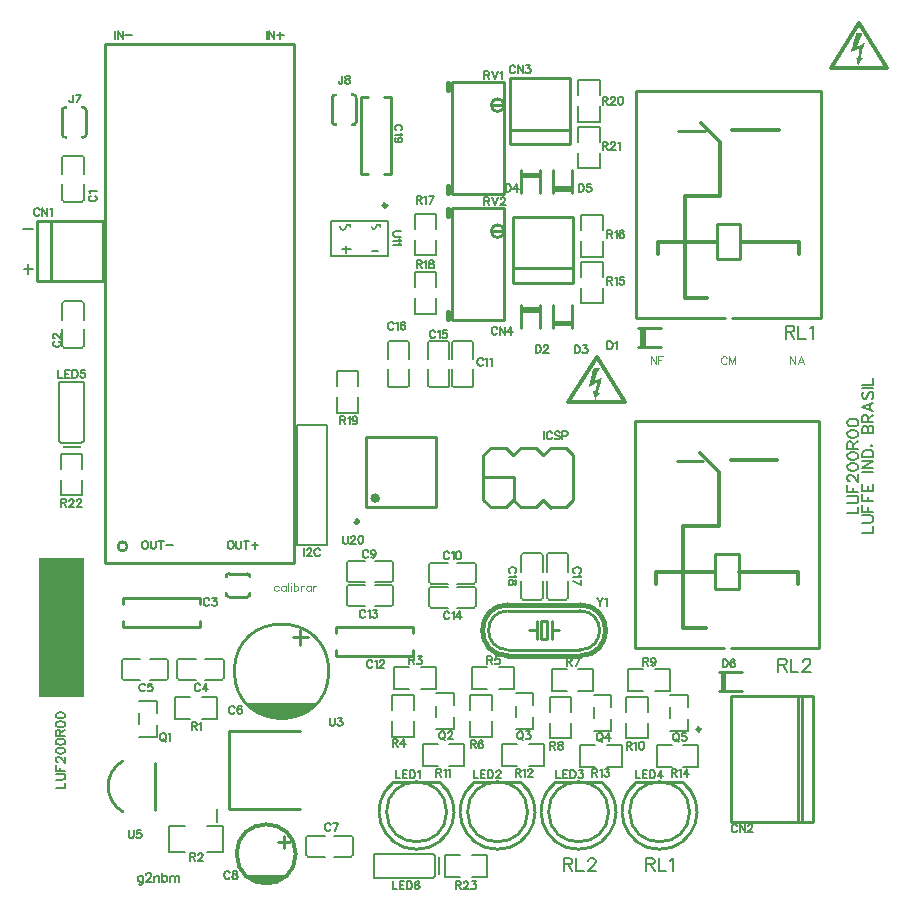
<source format=gto>
G04 Layer: TopSilkLayer*
G04 EasyEDA v6.4.20.6, 2021-07-30T13:21:48--3:00*
G04 b5d51b18a43e43a9a62da66a6b900804,9d841d54c62b4e4b873e3168cd68637e,10*
G04 Gerber Generator version 0.2*
G04 Scale: 100 percent, Rotated: No, Reflected: No *
G04 Dimensions in millimeters *
G04 leading zeros omitted , absolute positions ,4 integer and 5 decimal *
%FSLAX45Y45*%
%MOMM*%

%ADD10C,0.3000*%
%ADD11C,0.2000*%
%ADD45C,0.2540*%
%ADD46C,0.1524*%
%ADD47C,0.1500*%
%ADD48C,0.2032*%
%ADD49C,0.2030*%
%ADD50C,0.4064*%
%ADD51C,0.1520*%
%ADD52C,0.2600*%
%ADD53C,0.4000*%
%ADD54C,0.1000*%
%ADD55C,0.1778*%

%LPD*%
D11*
X361187Y2900171D02*
G01*
X361187Y2842005D01*
X357378Y2831084D01*
X353821Y2827273D01*
X346710Y2823718D01*
X335787Y2823718D01*
X328421Y2827273D01*
X361187Y2889250D02*
G01*
X353821Y2896362D01*
X346710Y2900171D01*
X335787Y2900171D01*
X328421Y2896362D01*
X321055Y2889250D01*
X317500Y2878328D01*
X317500Y2870962D01*
X321055Y2860039D01*
X328421Y2852673D01*
X335787Y2849118D01*
X346710Y2849118D01*
X353821Y2852673D01*
X361187Y2860039D01*
X388873Y2907284D02*
G01*
X388873Y2911094D01*
X392429Y2918205D01*
X395986Y2922015D01*
X403352Y2925571D01*
X417829Y2925571D01*
X425195Y2922015D01*
X428752Y2918205D01*
X432307Y2911094D01*
X432307Y2903728D01*
X428752Y2896362D01*
X421386Y2885439D01*
X385063Y2849118D01*
X436118Y2849118D01*
X459994Y2900171D02*
G01*
X459994Y2849118D01*
X459994Y2885439D02*
G01*
X470915Y2896362D01*
X478281Y2900171D01*
X489204Y2900171D01*
X496315Y2896362D01*
X500126Y2885439D01*
X500126Y2849118D01*
X524002Y2925571D02*
G01*
X524002Y2849118D01*
X524002Y2889250D02*
G01*
X531368Y2896362D01*
X538479Y2900171D01*
X549402Y2900171D01*
X556768Y2896362D01*
X564134Y2889250D01*
X567689Y2878328D01*
X567689Y2870962D01*
X564134Y2860039D01*
X556768Y2852673D01*
X549402Y2849118D01*
X538479Y2849118D01*
X531368Y2852673D01*
X524002Y2860039D01*
X591565Y2900171D02*
G01*
X591565Y2849118D01*
X591565Y2885439D02*
G01*
X602487Y2896362D01*
X609854Y2900171D01*
X620776Y2900171D01*
X628142Y2896362D01*
X631697Y2885439D01*
X631697Y2849118D01*
X631697Y2885439D02*
G01*
X642620Y2896362D01*
X649986Y2900171D01*
X660654Y2900171D01*
X668020Y2896362D01*
X671576Y2885439D01*
X671576Y2849118D01*
D54*
X1511300Y5347462D02*
G01*
X1504950Y5353812D01*
X1498600Y5356860D01*
X1489202Y5356860D01*
X1482852Y5353812D01*
X1476502Y5347462D01*
X1473200Y5337810D01*
X1473200Y5331460D01*
X1476502Y5322062D01*
X1482852Y5315712D01*
X1489202Y5312410D01*
X1498600Y5312410D01*
X1504950Y5315712D01*
X1511300Y5322062D01*
X1570481Y5356860D02*
G01*
X1570481Y5312410D01*
X1570481Y5347462D02*
G01*
X1564131Y5353812D01*
X1557781Y5356860D01*
X1548384Y5356860D01*
X1542034Y5353812D01*
X1535684Y5347462D01*
X1532381Y5337810D01*
X1532381Y5331460D01*
X1535684Y5322062D01*
X1542034Y5315712D01*
X1548384Y5312410D01*
X1557781Y5312410D01*
X1564131Y5315712D01*
X1570481Y5322062D01*
X1591563Y5379212D02*
G01*
X1591563Y5312410D01*
X1612645Y5379212D02*
G01*
X1615694Y5376163D01*
X1618995Y5379212D01*
X1615694Y5382513D01*
X1612645Y5379212D01*
X1615694Y5356860D02*
G01*
X1615694Y5312410D01*
X1639823Y5379212D02*
G01*
X1639823Y5312410D01*
X1639823Y5347462D02*
G01*
X1646173Y5353812D01*
X1652778Y5356860D01*
X1662176Y5356860D01*
X1668526Y5353812D01*
X1674876Y5347462D01*
X1678178Y5337810D01*
X1678178Y5331460D01*
X1674876Y5322062D01*
X1668526Y5315712D01*
X1662176Y5312410D01*
X1652778Y5312410D01*
X1646173Y5315712D01*
X1639823Y5322062D01*
X1699005Y5356860D02*
G01*
X1699005Y5312410D01*
X1699005Y5337810D02*
G01*
X1702307Y5347462D01*
X1708657Y5353812D01*
X1715007Y5356860D01*
X1724660Y5356860D01*
X1783842Y5356860D02*
G01*
X1783842Y5312410D01*
X1783842Y5347462D02*
G01*
X1777492Y5353812D01*
X1771142Y5356860D01*
X1761489Y5356860D01*
X1755139Y5353812D01*
X1748789Y5347462D01*
X1745487Y5337810D01*
X1745487Y5331460D01*
X1748789Y5322062D01*
X1755139Y5315712D01*
X1761489Y5312410D01*
X1771142Y5312410D01*
X1777492Y5315712D01*
X1783842Y5322062D01*
X1804670Y5356860D02*
G01*
X1804670Y5312410D01*
X1804670Y5337810D02*
G01*
X1807971Y5347462D01*
X1814321Y5353812D01*
X1820671Y5356860D01*
X1830323Y5356860D01*
X5305552Y7280910D02*
G01*
X5302250Y7287513D01*
X5295900Y7293863D01*
X5289550Y7296912D01*
X5276850Y7296912D01*
X5270500Y7293863D01*
X5264150Y7287513D01*
X5261102Y7280910D01*
X5257800Y7271512D01*
X5257800Y7255510D01*
X5261102Y7246112D01*
X5264150Y7239762D01*
X5270500Y7233412D01*
X5276850Y7230110D01*
X5289550Y7230110D01*
X5295900Y7233412D01*
X5302250Y7239762D01*
X5305552Y7246112D01*
X5326634Y7296912D02*
G01*
X5326634Y7230110D01*
X5326634Y7296912D02*
G01*
X5352034Y7230110D01*
X5377434Y7296912D02*
G01*
X5352034Y7230110D01*
X5377434Y7296912D02*
G01*
X5377434Y7230110D01*
X5842000Y7296912D02*
G01*
X5842000Y7230110D01*
X5842000Y7296912D02*
G01*
X5886450Y7230110D01*
X5886450Y7296912D02*
G01*
X5886450Y7230110D01*
X5932931Y7296912D02*
G01*
X5907531Y7230110D01*
X5932931Y7296912D02*
G01*
X5958331Y7230110D01*
X5917184Y7252462D02*
G01*
X5948934Y7252462D01*
X4660900Y7296912D02*
G01*
X4660900Y7230110D01*
X4660900Y7296912D02*
G01*
X4705350Y7230110D01*
X4705350Y7296912D02*
G01*
X4705350Y7230110D01*
X4726431Y7296912D02*
G01*
X4726431Y7230110D01*
X4726431Y7296912D02*
G01*
X4767834Y7296912D01*
X4726431Y7265162D02*
G01*
X4751831Y7265162D01*
D48*
X-606805Y8075676D02*
G01*
X-606805Y7993634D01*
X-647700Y8034781D02*
G01*
X-565912Y8034781D01*
X-571500Y8373618D02*
G01*
X-653287Y8373618D01*
D11*
X6325361Y5969000D02*
G01*
X6420865Y5969000D01*
X6420865Y5969000D02*
G01*
X6420865Y6023610D01*
X6325361Y6053581D02*
G01*
X6393434Y6053581D01*
X6407150Y6058154D01*
X6416293Y6067297D01*
X6420865Y6080760D01*
X6420865Y6089904D01*
X6416293Y6103620D01*
X6407150Y6112510D01*
X6393434Y6117081D01*
X6325361Y6117081D01*
X6325361Y6147307D02*
G01*
X6420865Y6147307D01*
X6325361Y6147307D02*
G01*
X6325361Y6206236D01*
X6370827Y6147307D02*
G01*
X6370827Y6183629D01*
X6347968Y6240779D02*
G01*
X6343395Y6240779D01*
X6334506Y6245352D01*
X6329934Y6249923D01*
X6325361Y6259068D01*
X6325361Y6277102D01*
X6329934Y6286245D01*
X6334506Y6290818D01*
X6343395Y6295389D01*
X6352540Y6295389D01*
X6361684Y6290818D01*
X6375400Y6281673D01*
X6420865Y6236207D01*
X6420865Y6299962D01*
X6325361Y6357112D02*
G01*
X6329934Y6343650D01*
X6343395Y6334505D01*
X6366256Y6329934D01*
X6379718Y6329934D01*
X6402577Y6334505D01*
X6416293Y6343650D01*
X6420865Y6357112D01*
X6420865Y6366255D01*
X6416293Y6379971D01*
X6402577Y6389115D01*
X6379718Y6393434D01*
X6366256Y6393434D01*
X6343395Y6389115D01*
X6329934Y6379971D01*
X6325361Y6366255D01*
X6325361Y6357112D01*
X6325361Y6450837D02*
G01*
X6329934Y6437121D01*
X6343395Y6427978D01*
X6366256Y6423660D01*
X6379718Y6423660D01*
X6402577Y6427978D01*
X6416293Y6437121D01*
X6420865Y6450837D01*
X6420865Y6459981D01*
X6416293Y6473444D01*
X6402577Y6482587D01*
X6379718Y6487160D01*
X6366256Y6487160D01*
X6343395Y6482587D01*
X6329934Y6473444D01*
X6325361Y6459981D01*
X6325361Y6450837D01*
X6325361Y6517131D02*
G01*
X6420865Y6517131D01*
X6325361Y6517131D02*
G01*
X6325361Y6558026D01*
X6329934Y6571742D01*
X6334506Y6576313D01*
X6343395Y6580886D01*
X6352540Y6580886D01*
X6361684Y6576313D01*
X6366256Y6571742D01*
X6370827Y6558026D01*
X6370827Y6517131D01*
X6370827Y6548881D02*
G01*
X6420865Y6580886D01*
X6325361Y6638036D02*
G01*
X6329934Y6624573D01*
X6343395Y6615429D01*
X6366256Y6610858D01*
X6379718Y6610858D01*
X6402577Y6615429D01*
X6416293Y6624573D01*
X6420865Y6638036D01*
X6420865Y6647179D01*
X6416293Y6660895D01*
X6402577Y6669786D01*
X6379718Y6674358D01*
X6366256Y6674358D01*
X6343395Y6669786D01*
X6329934Y6660895D01*
X6325361Y6647179D01*
X6325361Y6638036D01*
X6325361Y6731762D02*
G01*
X6329934Y6718045D01*
X6343395Y6708902D01*
X6366256Y6704329D01*
X6379718Y6704329D01*
X6402577Y6708902D01*
X6416293Y6718045D01*
X6420865Y6731762D01*
X6420865Y6740905D01*
X6416293Y6754368D01*
X6402577Y6763512D01*
X6379718Y6768084D01*
X6366256Y6768084D01*
X6343395Y6763512D01*
X6329934Y6754368D01*
X6325361Y6740905D01*
X6325361Y6731762D01*
X-372871Y3644900D02*
G01*
X-296418Y3644900D01*
X-296418Y3644900D02*
G01*
X-296418Y3688587D01*
X-372871Y3712463D02*
G01*
X-318262Y3712463D01*
X-307339Y3716273D01*
X-299973Y3723386D01*
X-296418Y3734307D01*
X-296418Y3741673D01*
X-299973Y3752595D01*
X-307339Y3759707D01*
X-318262Y3763518D01*
X-372871Y3763518D01*
X-372871Y3787394D02*
G01*
X-296418Y3787394D01*
X-372871Y3787394D02*
G01*
X-372871Y3834637D01*
X-336550Y3787394D02*
G01*
X-336550Y3816604D01*
X-354584Y3862323D02*
G01*
X-358394Y3862323D01*
X-365505Y3865879D01*
X-369315Y3869689D01*
X-372871Y3876802D01*
X-372871Y3891534D01*
X-369315Y3898645D01*
X-365505Y3902455D01*
X-358394Y3906012D01*
X-351028Y3906012D01*
X-343662Y3902455D01*
X-332739Y3895089D01*
X-296418Y3858768D01*
X-296418Y3909568D01*
X-372871Y3955542D02*
G01*
X-369315Y3944620D01*
X-358394Y3937254D01*
X-340105Y3933697D01*
X-329184Y3933697D01*
X-310895Y3937254D01*
X-299973Y3944620D01*
X-296418Y3955542D01*
X-296418Y3962654D01*
X-299973Y3973576D01*
X-310895Y3980942D01*
X-329184Y3984497D01*
X-340105Y3984497D01*
X-358394Y3980942D01*
X-369315Y3973576D01*
X-372871Y3962654D01*
X-372871Y3955542D01*
X-372871Y4030471D02*
G01*
X-369315Y4019550D01*
X-358394Y4012184D01*
X-340105Y4008628D01*
X-329184Y4008628D01*
X-310895Y4012184D01*
X-299973Y4019550D01*
X-296418Y4030471D01*
X-296418Y4037584D01*
X-299973Y4048505D01*
X-310895Y4055871D01*
X-329184Y4059428D01*
X-340105Y4059428D01*
X-358394Y4055871D01*
X-369315Y4048505D01*
X-372871Y4037584D01*
X-372871Y4030471D01*
X-372871Y4083557D02*
G01*
X-296418Y4083557D01*
X-372871Y4083557D02*
G01*
X-372871Y4116070D01*
X-369315Y4126992D01*
X-365505Y4130802D01*
X-358394Y4134357D01*
X-351028Y4134357D01*
X-343662Y4130802D01*
X-340105Y4126992D01*
X-336550Y4116070D01*
X-336550Y4083557D01*
X-336550Y4108957D02*
G01*
X-296418Y4134357D01*
X-372871Y4180078D02*
G01*
X-369315Y4169155D01*
X-358394Y4162044D01*
X-340105Y4158234D01*
X-329184Y4158234D01*
X-310895Y4162044D01*
X-299973Y4169155D01*
X-296418Y4180078D01*
X-296418Y4187444D01*
X-299973Y4198365D01*
X-310895Y4205731D01*
X-329184Y4209287D01*
X-340105Y4209287D01*
X-358394Y4205731D01*
X-369315Y4198365D01*
X-372871Y4187444D01*
X-372871Y4180078D01*
X-372871Y4255007D02*
G01*
X-369315Y4244086D01*
X-358394Y4236973D01*
X-340105Y4233163D01*
X-329184Y4233163D01*
X-310895Y4236973D01*
X-299973Y4244086D01*
X-296418Y4255007D01*
X-296418Y4262373D01*
X-299973Y4273295D01*
X-310895Y4280662D01*
X-329184Y4284218D01*
X-340105Y4284218D01*
X-358394Y4280662D01*
X-369315Y4273295D01*
X-372871Y4262373D01*
X-372871Y4255007D01*
X6452361Y5803900D02*
G01*
X6547865Y5803900D01*
X6547865Y5803900D02*
G01*
X6547865Y5858510D01*
X6452361Y5888481D02*
G01*
X6520434Y5888481D01*
X6534150Y5893054D01*
X6543293Y5902197D01*
X6547865Y5915660D01*
X6547865Y5924804D01*
X6543293Y5938520D01*
X6534150Y5947410D01*
X6520434Y5951981D01*
X6452361Y5951981D01*
X6452361Y5982207D02*
G01*
X6547865Y5982207D01*
X6452361Y5982207D02*
G01*
X6452361Y6041136D01*
X6497827Y5982207D02*
G01*
X6497827Y6018529D01*
X6452361Y6071107D02*
G01*
X6547865Y6071107D01*
X6452361Y6071107D02*
G01*
X6452361Y6130289D01*
X6497827Y6071107D02*
G01*
X6497827Y6107429D01*
X6452361Y6160262D02*
G01*
X6547865Y6160262D01*
X6452361Y6160262D02*
G01*
X6452361Y6219444D01*
X6497827Y6160262D02*
G01*
X6497827Y6196584D01*
X6547865Y6160262D02*
G01*
X6547865Y6219444D01*
X6452361Y6319265D02*
G01*
X6547865Y6319265D01*
X6452361Y6349237D02*
G01*
X6547865Y6349237D01*
X6452361Y6349237D02*
G01*
X6547865Y6412992D01*
X6452361Y6412992D02*
G01*
X6547865Y6412992D01*
X6452361Y6442963D02*
G01*
X6547865Y6442963D01*
X6452361Y6442963D02*
G01*
X6452361Y6474713D01*
X6456934Y6488429D01*
X6465824Y6497573D01*
X6474968Y6502145D01*
X6488684Y6506718D01*
X6511290Y6506718D01*
X6525006Y6502145D01*
X6534150Y6497573D01*
X6543293Y6488429D01*
X6547865Y6474713D01*
X6547865Y6442963D01*
X6525006Y6541262D02*
G01*
X6529577Y6536689D01*
X6534150Y6541262D01*
X6529577Y6545834D01*
X6525006Y6541262D01*
X6452361Y6645655D02*
G01*
X6547865Y6645655D01*
X6452361Y6645655D02*
G01*
X6452361Y6686550D01*
X6456934Y6700265D01*
X6461506Y6704837D01*
X6470395Y6709410D01*
X6479540Y6709410D01*
X6488684Y6704837D01*
X6493256Y6700265D01*
X6497827Y6686550D01*
X6497827Y6645655D02*
G01*
X6497827Y6686550D01*
X6502400Y6700265D01*
X6506718Y6704837D01*
X6515861Y6709410D01*
X6529577Y6709410D01*
X6538722Y6704837D01*
X6543293Y6700265D01*
X6547865Y6686550D01*
X6547865Y6645655D01*
X6452361Y6739381D02*
G01*
X6547865Y6739381D01*
X6452361Y6739381D02*
G01*
X6452361Y6780276D01*
X6456934Y6793992D01*
X6461506Y6798563D01*
X6470395Y6802881D01*
X6479540Y6802881D01*
X6488684Y6798563D01*
X6493256Y6793992D01*
X6497827Y6780276D01*
X6497827Y6739381D01*
X6497827Y6771131D02*
G01*
X6547865Y6802881D01*
X6452361Y6869429D02*
G01*
X6547865Y6833108D01*
X6452361Y6869429D02*
G01*
X6547865Y6905752D01*
X6515861Y6846570D02*
G01*
X6515861Y6892036D01*
X6465824Y6999478D02*
G01*
X6456934Y6990334D01*
X6452361Y6976618D01*
X6452361Y6958329D01*
X6456934Y6944868D01*
X6465824Y6935723D01*
X6474968Y6935723D01*
X6484111Y6940295D01*
X6488684Y6944868D01*
X6493256Y6954012D01*
X6502400Y6981189D01*
X6506718Y6990334D01*
X6511290Y6994905D01*
X6520434Y6999478D01*
X6534150Y6999478D01*
X6543293Y6990334D01*
X6547865Y6976618D01*
X6547865Y6958329D01*
X6543293Y6944868D01*
X6534150Y6935723D01*
X6452361Y7029450D02*
G01*
X6547865Y7029450D01*
X6452361Y7059421D02*
G01*
X6547865Y7059421D01*
X6547865Y7059421D02*
G01*
X6547865Y7113778D01*
D46*
X3924289Y3049015D02*
G01*
X3924289Y2940050D01*
X3924289Y3049015D02*
G01*
X3971025Y3049015D01*
X3986519Y3043936D01*
X3991853Y3038602D01*
X3996933Y3028187D01*
X3996933Y3017773D01*
X3991853Y3007360D01*
X3986519Y3002279D01*
X3971025Y2997200D01*
X3924289Y2997200D01*
X3960611Y2997200D02*
G01*
X3996933Y2940050D01*
X4031223Y3049015D02*
G01*
X4031223Y2940050D01*
X4031223Y2940050D02*
G01*
X4093707Y2940050D01*
X4133077Y3023107D02*
G01*
X4133077Y3028187D01*
X4138411Y3038602D01*
X4143491Y3043936D01*
X4153905Y3049015D01*
X4174733Y3049015D01*
X4185147Y3043936D01*
X4190227Y3038602D01*
X4195561Y3028187D01*
X4195561Y3017773D01*
X4190227Y3007360D01*
X4179813Y2991865D01*
X4127997Y2940050D01*
X4200641Y2940050D01*
X4622800Y3049015D02*
G01*
X4622800Y2940050D01*
X4622800Y3049015D02*
G01*
X4669536Y3049015D01*
X4685029Y3043936D01*
X4690363Y3038602D01*
X4695443Y3028187D01*
X4695443Y3017773D01*
X4690363Y3007360D01*
X4685029Y3002279D01*
X4669536Y2997200D01*
X4622800Y2997200D01*
X4659122Y2997200D02*
G01*
X4695443Y2940050D01*
X4729734Y3049015D02*
G01*
X4729734Y2940050D01*
X4729734Y2940050D02*
G01*
X4792218Y2940050D01*
X4826508Y3028187D02*
G01*
X4836922Y3033521D01*
X4852415Y3049015D01*
X4852415Y2940050D01*
X-511047Y8538210D02*
G01*
X-514350Y8544813D01*
X-520700Y8551163D01*
X-527050Y8554212D01*
X-539750Y8554212D01*
X-546100Y8551163D01*
X-552450Y8544813D01*
X-555497Y8538210D01*
X-558800Y8528812D01*
X-558800Y8512810D01*
X-555497Y8503412D01*
X-552450Y8497062D01*
X-546100Y8490712D01*
X-539750Y8487410D01*
X-527050Y8487410D01*
X-520700Y8490712D01*
X-514350Y8497062D01*
X-511047Y8503412D01*
X-489965Y8554212D02*
G01*
X-489965Y8487410D01*
X-489965Y8554212D02*
G01*
X-445515Y8487410D01*
X-445515Y8554212D02*
G01*
X-445515Y8487410D01*
X-424434Y8541512D02*
G01*
X-418084Y8544813D01*
X-408686Y8554212D01*
X-408686Y8487410D01*
X3009900Y2851912D02*
G01*
X3009900Y2785110D01*
X3009900Y2851912D02*
G01*
X3038602Y2851912D01*
X3048000Y2848863D01*
X3051302Y2845562D01*
X3054350Y2839212D01*
X3054350Y2832862D01*
X3051302Y2826512D01*
X3048000Y2823210D01*
X3038602Y2820162D01*
X3009900Y2820162D01*
X3032252Y2820162D02*
G01*
X3054350Y2785110D01*
X3078734Y2835910D02*
G01*
X3078734Y2839212D01*
X3081781Y2845562D01*
X3085084Y2848863D01*
X3091434Y2851912D01*
X3104134Y2851912D01*
X3110484Y2848863D01*
X3113531Y2845562D01*
X3116834Y2839212D01*
X3116834Y2832862D01*
X3113531Y2826512D01*
X3107181Y2816860D01*
X3075431Y2785110D01*
X3119881Y2785110D01*
X3147313Y2851912D02*
G01*
X3182365Y2851912D01*
X3163315Y2826512D01*
X3172713Y2826512D01*
X3179063Y2823210D01*
X3182365Y2820162D01*
X3185413Y2810510D01*
X3185413Y2804160D01*
X3182365Y2794762D01*
X3176015Y2788412D01*
X3166363Y2785110D01*
X3156965Y2785110D01*
X3147313Y2788412D01*
X3144265Y2791460D01*
X3140963Y2797810D01*
X2476500Y2851912D02*
G01*
X2476500Y2785110D01*
X2476500Y2785110D02*
G01*
X2514600Y2785110D01*
X2535681Y2851912D02*
G01*
X2535681Y2785110D01*
X2535681Y2851912D02*
G01*
X2577084Y2851912D01*
X2535681Y2820162D02*
G01*
X2561081Y2820162D01*
X2535681Y2785110D02*
G01*
X2577084Y2785110D01*
X2598165Y2851912D02*
G01*
X2598165Y2785110D01*
X2598165Y2851912D02*
G01*
X2620263Y2851912D01*
X2629915Y2848863D01*
X2636265Y2842513D01*
X2639313Y2835910D01*
X2642615Y2826512D01*
X2642615Y2810510D01*
X2639313Y2801112D01*
X2636265Y2794762D01*
X2629915Y2788412D01*
X2620263Y2785110D01*
X2598165Y2785110D01*
X2701797Y2842513D02*
G01*
X2698495Y2848863D01*
X2689097Y2851912D01*
X2682747Y2851912D01*
X2673095Y2848863D01*
X2666745Y2839212D01*
X2663697Y2823210D01*
X2663697Y2807462D01*
X2666745Y2794762D01*
X2673095Y2788412D01*
X2682747Y2785110D01*
X2685795Y2785110D01*
X2695447Y2788412D01*
X2701797Y2794762D01*
X2704845Y2804160D01*
X2704845Y2807462D01*
X2701797Y2816860D01*
X2695447Y2823210D01*
X2685795Y2826512D01*
X2682747Y2826512D01*
X2673095Y2823210D01*
X2666745Y2816860D01*
X2663697Y2807462D01*
X1727200Y5671312D02*
G01*
X1727200Y5604510D01*
X1751329Y5655310D02*
G01*
X1751329Y5658612D01*
X1754631Y5664962D01*
X1757679Y5668263D01*
X1764029Y5671312D01*
X1776729Y5671312D01*
X1783079Y5668263D01*
X1786381Y5664962D01*
X1789684Y5658612D01*
X1789684Y5652262D01*
X1786381Y5645912D01*
X1780031Y5636260D01*
X1748281Y5604510D01*
X1792731Y5604510D01*
X1861565Y5655310D02*
G01*
X1858263Y5661913D01*
X1851913Y5668263D01*
X1845563Y5671312D01*
X1832863Y5671312D01*
X1826513Y5668263D01*
X1820163Y5661913D01*
X1816862Y5655310D01*
X1813813Y5645912D01*
X1813813Y5629910D01*
X1816862Y5620512D01*
X1820163Y5614162D01*
X1826513Y5607812D01*
X1832863Y5604510D01*
X1845563Y5604510D01*
X1851913Y5607812D01*
X1858263Y5614162D01*
X1861565Y5620512D01*
X5270500Y4731512D02*
G01*
X5270500Y4664710D01*
X5270500Y4731512D02*
G01*
X5292852Y4731512D01*
X5302250Y4728463D01*
X5308600Y4722113D01*
X5311902Y4715510D01*
X5314950Y4706112D01*
X5314950Y4690110D01*
X5311902Y4680712D01*
X5308600Y4674362D01*
X5302250Y4668012D01*
X5292852Y4664710D01*
X5270500Y4664710D01*
X5374131Y4722113D02*
G01*
X5371084Y4728463D01*
X5361431Y4731512D01*
X5355081Y4731512D01*
X5345684Y4728463D01*
X5339334Y4718812D01*
X5336031Y4702810D01*
X5336031Y4687062D01*
X5339334Y4674362D01*
X5345684Y4668012D01*
X5355081Y4664710D01*
X5358384Y4664710D01*
X5367781Y4668012D01*
X5374131Y4674362D01*
X5377434Y4683760D01*
X5377434Y4687062D01*
X5374131Y4696460D01*
X5367781Y4702810D01*
X5358384Y4706112D01*
X5355081Y4706112D01*
X5345684Y4702810D01*
X5339334Y4696460D01*
X5336031Y4687062D01*
X4294416Y7423912D02*
G01*
X4294416Y7357110D01*
X4294416Y7423912D02*
G01*
X4316768Y7423912D01*
X4326166Y7420863D01*
X4332516Y7414513D01*
X4335818Y7407910D01*
X4338866Y7398512D01*
X4338866Y7382510D01*
X4335818Y7373112D01*
X4332516Y7366762D01*
X4326166Y7360412D01*
X4316768Y7357110D01*
X4294416Y7357110D01*
X4359948Y7411212D02*
G01*
X4366298Y7414513D01*
X4375950Y7423912D01*
X4375950Y7357110D01*
X3251200Y9709912D02*
G01*
X3251200Y9643110D01*
X3251200Y9709912D02*
G01*
X3279902Y9709912D01*
X3289300Y9706863D01*
X3292602Y9703562D01*
X3295650Y9697212D01*
X3295650Y9690862D01*
X3292602Y9684512D01*
X3289300Y9681210D01*
X3279902Y9678162D01*
X3251200Y9678162D01*
X3273552Y9678162D02*
G01*
X3295650Y9643110D01*
X3316731Y9709912D02*
G01*
X3342131Y9643110D01*
X3367531Y9709912D02*
G01*
X3342131Y9643110D01*
X3388613Y9697212D02*
G01*
X3394963Y9700513D01*
X3404615Y9709912D01*
X3404615Y9643110D01*
X4254500Y9113012D02*
G01*
X4254500Y9046210D01*
X4254500Y9113012D02*
G01*
X4283202Y9113012D01*
X4292600Y9109963D01*
X4295902Y9106662D01*
X4298950Y9100312D01*
X4298950Y9093962D01*
X4295902Y9087612D01*
X4292600Y9084310D01*
X4283202Y9081262D01*
X4254500Y9081262D01*
X4276852Y9081262D02*
G01*
X4298950Y9046210D01*
X4323334Y9097010D02*
G01*
X4323334Y9100312D01*
X4326381Y9106662D01*
X4329684Y9109963D01*
X4336034Y9113012D01*
X4348734Y9113012D01*
X4355084Y9109963D01*
X4358131Y9106662D01*
X4361434Y9100312D01*
X4361434Y9093962D01*
X4358131Y9087612D01*
X4351781Y9077960D01*
X4320031Y9046210D01*
X4364481Y9046210D01*
X4385563Y9100312D02*
G01*
X4391913Y9103613D01*
X4401565Y9113012D01*
X4401565Y9046210D01*
X4254500Y9494012D02*
G01*
X4254500Y9427210D01*
X4254500Y9494012D02*
G01*
X4283202Y9494012D01*
X4292600Y9490963D01*
X4295902Y9487662D01*
X4298950Y9481312D01*
X4298950Y9474962D01*
X4295902Y9468612D01*
X4292600Y9465310D01*
X4283202Y9462262D01*
X4254500Y9462262D01*
X4276852Y9462262D02*
G01*
X4298950Y9427210D01*
X4323334Y9478010D02*
G01*
X4323334Y9481312D01*
X4326381Y9487662D01*
X4329684Y9490963D01*
X4336034Y9494012D01*
X4348734Y9494012D01*
X4355084Y9490963D01*
X4358131Y9487662D01*
X4361434Y9481312D01*
X4361434Y9474962D01*
X4358131Y9468612D01*
X4351781Y9458960D01*
X4320031Y9427210D01*
X4364481Y9427210D01*
X4404613Y9494012D02*
G01*
X4395215Y9490963D01*
X4388865Y9481312D01*
X4385563Y9465310D01*
X4385563Y9455912D01*
X4388865Y9439910D01*
X4395215Y9430512D01*
X4404613Y9427210D01*
X4410963Y9427210D01*
X4420615Y9430512D01*
X4426965Y9439910D01*
X4430013Y9455912D01*
X4430013Y9465310D01*
X4426965Y9481312D01*
X4420615Y9490963D01*
X4410963Y9494012D01*
X4404613Y9494012D01*
X3514852Y9744710D02*
G01*
X3511550Y9751313D01*
X3505200Y9757663D01*
X3498850Y9760712D01*
X3486150Y9760712D01*
X3479800Y9757663D01*
X3473450Y9751313D01*
X3470402Y9744710D01*
X3467100Y9735312D01*
X3467100Y9719310D01*
X3470402Y9709912D01*
X3473450Y9703562D01*
X3479800Y9697212D01*
X3486150Y9693910D01*
X3498850Y9693910D01*
X3505200Y9697212D01*
X3511550Y9703562D01*
X3514852Y9709912D01*
X3535934Y9760712D02*
G01*
X3535934Y9693910D01*
X3535934Y9760712D02*
G01*
X3580384Y9693910D01*
X3580384Y9760712D02*
G01*
X3580384Y9693910D01*
X3607815Y9760712D02*
G01*
X3642613Y9760712D01*
X3623563Y9735312D01*
X3633215Y9735312D01*
X3639565Y9732010D01*
X3642613Y9728962D01*
X3645915Y9719310D01*
X3645915Y9712960D01*
X3642613Y9703562D01*
X3636263Y9697212D01*
X3626865Y9693910D01*
X3617213Y9693910D01*
X3607815Y9697212D01*
X3604513Y9700260D01*
X3601465Y9706610D01*
X4051300Y8757412D02*
G01*
X4051300Y8690610D01*
X4051300Y8757412D02*
G01*
X4073652Y8757412D01*
X4083050Y8754363D01*
X4089400Y8748013D01*
X4092702Y8741410D01*
X4095750Y8732012D01*
X4095750Y8716010D01*
X4092702Y8706612D01*
X4089400Y8700262D01*
X4083050Y8693912D01*
X4073652Y8690610D01*
X4051300Y8690610D01*
X4154931Y8757412D02*
G01*
X4123181Y8757412D01*
X4120134Y8728710D01*
X4123181Y8732012D01*
X4132834Y8735060D01*
X4142231Y8735060D01*
X4151884Y8732012D01*
X4158234Y8725662D01*
X4161281Y8716010D01*
X4161281Y8709660D01*
X4158234Y8700262D01*
X4151884Y8693912D01*
X4142231Y8690610D01*
X4132834Y8690610D01*
X4123181Y8693912D01*
X4120134Y8696960D01*
X4116831Y8703310D01*
X3433127Y8757412D02*
G01*
X3433127Y8690610D01*
X3433127Y8757412D02*
G01*
X3455479Y8757412D01*
X3464877Y8754363D01*
X3471227Y8748013D01*
X3474529Y8741410D01*
X3477577Y8732012D01*
X3477577Y8716010D01*
X3474529Y8706612D01*
X3471227Y8700262D01*
X3464877Y8693912D01*
X3455479Y8690610D01*
X3433127Y8690610D01*
X3530409Y8757412D02*
G01*
X3498659Y8712962D01*
X3546411Y8712962D01*
X3530409Y8757412D02*
G01*
X3530409Y8690610D01*
X3687124Y7395596D02*
G01*
X3687124Y7328794D01*
X3687124Y7395596D02*
G01*
X3709476Y7395596D01*
X3718874Y7392548D01*
X3725224Y7386198D01*
X3728526Y7379594D01*
X3731574Y7370196D01*
X3731574Y7354194D01*
X3728526Y7344796D01*
X3725224Y7338446D01*
X3718874Y7332096D01*
X3709476Y7328794D01*
X3687124Y7328794D01*
X3755958Y7379594D02*
G01*
X3755958Y7382896D01*
X3759006Y7389246D01*
X3762308Y7392548D01*
X3768658Y7395596D01*
X3781358Y7395596D01*
X3787708Y7392548D01*
X3790756Y7389246D01*
X3794058Y7382896D01*
X3794058Y7376546D01*
X3790756Y7370196D01*
X3784406Y7360544D01*
X3752656Y7328794D01*
X3797106Y7328794D01*
X4018279Y7390518D02*
G01*
X4018279Y7323716D01*
X4018279Y7390518D02*
G01*
X4040631Y7390518D01*
X4050029Y7387470D01*
X4056379Y7381120D01*
X4059681Y7374516D01*
X4062729Y7365118D01*
X4062729Y7349116D01*
X4059681Y7339718D01*
X4056379Y7333368D01*
X4050029Y7327018D01*
X4040631Y7323716D01*
X4018279Y7323716D01*
X4090161Y7390518D02*
G01*
X4125213Y7390518D01*
X4106163Y7365118D01*
X4115561Y7365118D01*
X4121911Y7361816D01*
X4125213Y7358768D01*
X4128261Y7349116D01*
X4128261Y7342766D01*
X4125213Y7333368D01*
X4118863Y7327018D01*
X4109211Y7323716D01*
X4099813Y7323716D01*
X4090161Y7327018D01*
X4087113Y7330066D01*
X4083811Y7336416D01*
X3362093Y7533439D02*
G01*
X3358791Y7540043D01*
X3352441Y7546393D01*
X3346091Y7549441D01*
X3333391Y7549441D01*
X3327041Y7546393D01*
X3320691Y7540043D01*
X3317643Y7533439D01*
X3314341Y7524041D01*
X3314341Y7508039D01*
X3317643Y7498641D01*
X3320691Y7492291D01*
X3327041Y7485941D01*
X3333391Y7482639D01*
X3346091Y7482639D01*
X3352441Y7485941D01*
X3358791Y7492291D01*
X3362093Y7498641D01*
X3383175Y7549441D02*
G01*
X3383175Y7482639D01*
X3383175Y7549441D02*
G01*
X3427625Y7482639D01*
X3427625Y7549441D02*
G01*
X3427625Y7482639D01*
X3480457Y7549441D02*
G01*
X3448707Y7504991D01*
X3496459Y7504991D01*
X3480457Y7549441D02*
G01*
X3480457Y7482639D01*
X4292600Y8363712D02*
G01*
X4292600Y8296910D01*
X4292600Y8363712D02*
G01*
X4321302Y8363712D01*
X4330700Y8360663D01*
X4334002Y8357362D01*
X4337050Y8351012D01*
X4337050Y8344662D01*
X4334002Y8338312D01*
X4330700Y8335010D01*
X4321302Y8331962D01*
X4292600Y8331962D01*
X4314952Y8331962D02*
G01*
X4337050Y8296910D01*
X4358131Y8351012D02*
G01*
X4364481Y8354313D01*
X4374134Y8363712D01*
X4374134Y8296910D01*
X4433315Y8354313D02*
G01*
X4430013Y8360663D01*
X4420615Y8363712D01*
X4414265Y8363712D01*
X4404613Y8360663D01*
X4398263Y8351012D01*
X4394961Y8335010D01*
X4394961Y8319262D01*
X4398263Y8306562D01*
X4404613Y8300212D01*
X4414265Y8296910D01*
X4417313Y8296910D01*
X4426965Y8300212D01*
X4433315Y8306562D01*
X4436363Y8315960D01*
X4436363Y8319262D01*
X4433315Y8328660D01*
X4426965Y8335010D01*
X4417313Y8338312D01*
X4414265Y8338312D01*
X4404613Y8335010D01*
X4398263Y8328660D01*
X4394961Y8319262D01*
X4292600Y7970012D02*
G01*
X4292600Y7903210D01*
X4292600Y7970012D02*
G01*
X4321302Y7970012D01*
X4330700Y7966963D01*
X4334002Y7963662D01*
X4337050Y7957312D01*
X4337050Y7950962D01*
X4334002Y7944612D01*
X4330700Y7941310D01*
X4321302Y7938262D01*
X4292600Y7938262D01*
X4314952Y7938262D02*
G01*
X4337050Y7903210D01*
X4358131Y7957312D02*
G01*
X4364481Y7960613D01*
X4374134Y7970012D01*
X4374134Y7903210D01*
X4433315Y7970012D02*
G01*
X4401311Y7970012D01*
X4398263Y7941310D01*
X4401311Y7944612D01*
X4410963Y7947660D01*
X4420615Y7947660D01*
X4430013Y7944612D01*
X4436363Y7938262D01*
X4439665Y7928610D01*
X4439665Y7922260D01*
X4436363Y7912862D01*
X4430013Y7906512D01*
X4420615Y7903210D01*
X4410963Y7903210D01*
X4401311Y7906512D01*
X4398263Y7909560D01*
X4394961Y7915910D01*
X3251200Y8643112D02*
G01*
X3251200Y8576310D01*
X3251200Y8643112D02*
G01*
X3279902Y8643112D01*
X3289300Y8640063D01*
X3292602Y8636762D01*
X3295650Y8630412D01*
X3295650Y8624062D01*
X3292602Y8617712D01*
X3289300Y8614410D01*
X3279902Y8611362D01*
X3251200Y8611362D01*
X3273552Y8611362D02*
G01*
X3295650Y8576310D01*
X3316731Y8643112D02*
G01*
X3342131Y8576310D01*
X3367531Y8643112D02*
G01*
X3342131Y8576310D01*
X3391915Y8627110D02*
G01*
X3391915Y8630412D01*
X3394963Y8636762D01*
X3398265Y8640063D01*
X3404615Y8643112D01*
X3417315Y8643112D01*
X3423665Y8640063D01*
X3426713Y8636762D01*
X3430015Y8630412D01*
X3430015Y8624062D01*
X3426713Y8617712D01*
X3420363Y8608060D01*
X3388613Y8576310D01*
X3433318Y8576310D01*
X2679700Y8655812D02*
G01*
X2679700Y8589010D01*
X2679700Y8655812D02*
G01*
X2708402Y8655812D01*
X2717800Y8652763D01*
X2721102Y8649462D01*
X2724150Y8643112D01*
X2724150Y8636762D01*
X2721102Y8630412D01*
X2717800Y8627110D01*
X2708402Y8624062D01*
X2679700Y8624062D01*
X2702052Y8624062D02*
G01*
X2724150Y8589010D01*
X2745231Y8643112D02*
G01*
X2751581Y8646413D01*
X2761234Y8655812D01*
X2761234Y8589010D01*
X2826765Y8655812D02*
G01*
X2794761Y8589010D01*
X2782061Y8655812D02*
G01*
X2826765Y8655812D01*
X2679700Y8109712D02*
G01*
X2679700Y8042910D01*
X2679700Y8109712D02*
G01*
X2708402Y8109712D01*
X2717800Y8106663D01*
X2721102Y8103362D01*
X2724150Y8097012D01*
X2724150Y8090662D01*
X2721102Y8084312D01*
X2717800Y8081010D01*
X2708402Y8077962D01*
X2679700Y8077962D01*
X2702052Y8077962D02*
G01*
X2724150Y8042910D01*
X2745231Y8097012D02*
G01*
X2751581Y8100313D01*
X2761234Y8109712D01*
X2761234Y8042910D01*
X2798063Y8109712D02*
G01*
X2788411Y8106663D01*
X2785363Y8100313D01*
X2785363Y8093710D01*
X2788411Y8087360D01*
X2794761Y8084312D01*
X2807715Y8081010D01*
X2817113Y8077962D01*
X2823463Y8071612D01*
X2826765Y8065262D01*
X2826765Y8055610D01*
X2823463Y8049260D01*
X2820415Y8046212D01*
X2810763Y8042910D01*
X2798063Y8042910D01*
X2788411Y8046212D01*
X2785363Y8049260D01*
X2782061Y8055610D01*
X2782061Y8065262D01*
X2785363Y8071612D01*
X2791713Y8077962D01*
X2801365Y8081010D01*
X2814065Y8084312D01*
X2820415Y8087360D01*
X2823463Y8093710D01*
X2823463Y8100313D01*
X2820415Y8106663D01*
X2810763Y8109712D01*
X2798063Y8109712D01*
X2032000Y6788912D02*
G01*
X2032000Y6722110D01*
X2032000Y6788912D02*
G01*
X2060702Y6788912D01*
X2070100Y6785863D01*
X2073402Y6782562D01*
X2076450Y6776212D01*
X2076450Y6769862D01*
X2073402Y6763512D01*
X2070100Y6760210D01*
X2060702Y6757162D01*
X2032000Y6757162D01*
X2054352Y6757162D02*
G01*
X2076450Y6722110D01*
X2097531Y6776212D02*
G01*
X2103881Y6779513D01*
X2113534Y6788912D01*
X2113534Y6722110D01*
X2175763Y6766560D02*
G01*
X2172715Y6757162D01*
X2166365Y6750812D01*
X2156713Y6747510D01*
X2153665Y6747510D01*
X2144013Y6750812D01*
X2137663Y6757162D01*
X2134361Y6766560D01*
X2134361Y6769862D01*
X2137663Y6779513D01*
X2144013Y6785863D01*
X2153665Y6788912D01*
X2156713Y6788912D01*
X2166365Y6785863D01*
X2172715Y6779513D01*
X2175763Y6766560D01*
X2175763Y6750812D01*
X2172715Y6734810D01*
X2166365Y6725412D01*
X2156713Y6722110D01*
X2150363Y6722110D01*
X2140711Y6725412D01*
X2137663Y6731762D01*
D55*
X-227291Y9514710D02*
G01*
X-227291Y9463910D01*
X-230339Y9454258D01*
X-233641Y9451210D01*
X-239991Y9447908D01*
X-246341Y9447908D01*
X-252691Y9451210D01*
X-255739Y9454258D01*
X-259041Y9463910D01*
X-259041Y9470260D01*
X-161759Y9514710D02*
G01*
X-193509Y9447908D01*
X-206209Y9514710D02*
G01*
X-161759Y9514710D01*
D46*
X-355600Y7182612D02*
G01*
X-355600Y7115810D01*
X-355600Y7115810D02*
G01*
X-317500Y7115810D01*
X-296418Y7182612D02*
G01*
X-296418Y7115810D01*
X-296418Y7182612D02*
G01*
X-255015Y7182612D01*
X-296418Y7150862D02*
G01*
X-271018Y7150862D01*
X-296418Y7115810D02*
G01*
X-255015Y7115810D01*
X-233934Y7182612D02*
G01*
X-233934Y7115810D01*
X-233934Y7182612D02*
G01*
X-211836Y7182612D01*
X-202184Y7179563D01*
X-195834Y7173213D01*
X-192786Y7166610D01*
X-189484Y7157212D01*
X-189484Y7141210D01*
X-192786Y7131812D01*
X-195834Y7125462D01*
X-202184Y7119112D01*
X-211836Y7115810D01*
X-233934Y7115810D01*
X-130302Y7182612D02*
G01*
X-162052Y7182612D01*
X-165354Y7153910D01*
X-162052Y7157212D01*
X-152654Y7160260D01*
X-143002Y7160260D01*
X-133604Y7157212D01*
X-127254Y7150862D01*
X-123952Y7141210D01*
X-123952Y7134860D01*
X-127254Y7125462D01*
X-133604Y7119112D01*
X-143002Y7115810D01*
X-152654Y7115810D01*
X-162052Y7119112D01*
X-165354Y7122160D01*
X-168402Y7128510D01*
X-330200Y6090412D02*
G01*
X-330200Y6023610D01*
X-330200Y6090412D02*
G01*
X-301497Y6090412D01*
X-292100Y6087363D01*
X-288797Y6084062D01*
X-285750Y6077712D01*
X-285750Y6071362D01*
X-288797Y6065012D01*
X-292100Y6061710D01*
X-301497Y6058662D01*
X-330200Y6058662D01*
X-307847Y6058662D02*
G01*
X-285750Y6023610D01*
X-261365Y6074410D02*
G01*
X-261365Y6077712D01*
X-258318Y6084062D01*
X-255015Y6087363D01*
X-248665Y6090412D01*
X-235965Y6090412D01*
X-229615Y6087363D01*
X-226568Y6084062D01*
X-223265Y6077712D01*
X-223265Y6071362D01*
X-226568Y6065012D01*
X-232918Y6055360D01*
X-264668Y6023610D01*
X-220218Y6023610D01*
X-195834Y6074410D02*
G01*
X-195834Y6077712D01*
X-192786Y6084062D01*
X-189484Y6087363D01*
X-183134Y6090412D01*
X-170434Y6090412D01*
X-164084Y6087363D01*
X-161036Y6084062D01*
X-157734Y6077712D01*
X-157734Y6071362D01*
X-161036Y6065012D01*
X-167386Y6055360D01*
X-199136Y6023610D01*
X-154686Y6023610D01*
X2543809Y9210547D02*
G01*
X2550413Y9213850D01*
X2556763Y9220200D01*
X2559811Y9226550D01*
X2559811Y9239250D01*
X2556763Y9245600D01*
X2550413Y9251950D01*
X2543809Y9254997D01*
X2534411Y9258300D01*
X2518409Y9258300D01*
X2509011Y9254997D01*
X2502661Y9251950D01*
X2496311Y9245600D01*
X2493009Y9239250D01*
X2493009Y9226550D01*
X2496311Y9220200D01*
X2502661Y9213850D01*
X2509011Y9210547D01*
X2547111Y9189465D02*
G01*
X2550413Y9183115D01*
X2559811Y9173718D01*
X2493009Y9173718D01*
X2537459Y9111234D02*
G01*
X2528061Y9114536D01*
X2521711Y9120886D01*
X2518409Y9130284D01*
X2518409Y9133586D01*
X2521711Y9143237D01*
X2528061Y9149587D01*
X2537459Y9152636D01*
X2540761Y9152636D01*
X2550413Y9149587D01*
X2556763Y9143237D01*
X2559811Y9133586D01*
X2559811Y9130284D01*
X2556763Y9120886D01*
X2550413Y9114536D01*
X2537459Y9111234D01*
X2521711Y9111234D01*
X2505709Y9114536D01*
X2496311Y9120886D01*
X2493009Y9130284D01*
X2493009Y9136634D01*
X2496311Y9146286D01*
X2502661Y9149587D01*
X-80010Y8658352D02*
G01*
X-86613Y8655050D01*
X-92963Y8648700D01*
X-96012Y8642350D01*
X-96012Y8629650D01*
X-92963Y8623300D01*
X-86613Y8616950D01*
X-80010Y8613902D01*
X-70612Y8610600D01*
X-54610Y8610600D01*
X-45212Y8613902D01*
X-38862Y8616950D01*
X-32512Y8623300D01*
X-29210Y8629650D01*
X-29210Y8642350D01*
X-32512Y8648700D01*
X-38862Y8655050D01*
X-45212Y8658352D01*
X-83312Y8679434D02*
G01*
X-86613Y8685784D01*
X-96012Y8695181D01*
X-29210Y8695181D01*
X-384810Y7426452D02*
G01*
X-391413Y7423150D01*
X-397763Y7416800D01*
X-400812Y7410450D01*
X-400812Y7397750D01*
X-397763Y7391400D01*
X-391413Y7385050D01*
X-384810Y7382002D01*
X-375412Y7378700D01*
X-359410Y7378700D01*
X-350012Y7382002D01*
X-343662Y7385050D01*
X-337312Y7391400D01*
X-334010Y7397750D01*
X-334010Y7410450D01*
X-337312Y7416800D01*
X-343662Y7423150D01*
X-350012Y7426452D01*
X-384810Y7450581D02*
G01*
X-388112Y7450581D01*
X-394462Y7453884D01*
X-397763Y7456931D01*
X-400812Y7463281D01*
X-400812Y7475981D01*
X-397763Y7482331D01*
X-394462Y7485634D01*
X-388112Y7488681D01*
X-381762Y7488681D01*
X-375412Y7485634D01*
X-365760Y7479284D01*
X-334010Y7447534D01*
X-334010Y7491984D01*
X1098463Y2923964D02*
G01*
X1095161Y2930568D01*
X1088811Y2936918D01*
X1082461Y2939966D01*
X1069761Y2939966D01*
X1063411Y2936918D01*
X1057061Y2930568D01*
X1054013Y2923964D01*
X1050711Y2914566D01*
X1050711Y2898564D01*
X1054013Y2889166D01*
X1057061Y2882816D01*
X1063411Y2876466D01*
X1069761Y2873164D01*
X1082461Y2873164D01*
X1088811Y2876466D01*
X1095161Y2882816D01*
X1098463Y2889166D01*
X1135293Y2939966D02*
G01*
X1125895Y2936918D01*
X1122593Y2930568D01*
X1122593Y2923964D01*
X1125895Y2917614D01*
X1132245Y2914566D01*
X1144945Y2911264D01*
X1154343Y2908216D01*
X1160693Y2901866D01*
X1163995Y2895516D01*
X1163995Y2885864D01*
X1160693Y2879514D01*
X1157645Y2876466D01*
X1147993Y2873164D01*
X1135293Y2873164D01*
X1125895Y2876466D01*
X1122593Y2879514D01*
X1119545Y2885864D01*
X1119545Y2895516D01*
X1122593Y2901866D01*
X1128943Y2908216D01*
X1138595Y2911264D01*
X1151295Y2914566D01*
X1157645Y2917614D01*
X1160693Y2923964D01*
X1160693Y2930568D01*
X1157645Y2936918D01*
X1147993Y2939966D01*
X1135293Y2939966D01*
X1952752Y3331210D02*
G01*
X1949450Y3337813D01*
X1943100Y3344163D01*
X1936750Y3347212D01*
X1924050Y3347212D01*
X1917700Y3344163D01*
X1911350Y3337813D01*
X1908302Y3331210D01*
X1905000Y3321812D01*
X1905000Y3305810D01*
X1908302Y3296412D01*
X1911350Y3290062D01*
X1917700Y3283712D01*
X1924050Y3280410D01*
X1936750Y3280410D01*
X1943100Y3283712D01*
X1949450Y3290062D01*
X1952752Y3296412D01*
X2018284Y3347212D02*
G01*
X1986534Y3280410D01*
X1973834Y3347212D02*
G01*
X2018284Y3347212D01*
X1139952Y4321810D02*
G01*
X1136650Y4328413D01*
X1130300Y4334763D01*
X1123950Y4337812D01*
X1111250Y4337812D01*
X1104900Y4334763D01*
X1098550Y4328413D01*
X1095502Y4321810D01*
X1092200Y4312412D01*
X1092200Y4296410D01*
X1095502Y4287012D01*
X1098550Y4280662D01*
X1104900Y4274312D01*
X1111250Y4271010D01*
X1123950Y4271010D01*
X1130300Y4274312D01*
X1136650Y4280662D01*
X1139952Y4287012D01*
X1199134Y4328413D02*
G01*
X1195831Y4334763D01*
X1186434Y4337812D01*
X1180084Y4337812D01*
X1170431Y4334763D01*
X1164081Y4325112D01*
X1161034Y4309110D01*
X1161034Y4293362D01*
X1164081Y4280662D01*
X1170431Y4274312D01*
X1180084Y4271010D01*
X1183131Y4271010D01*
X1192784Y4274312D01*
X1199134Y4280662D01*
X1202181Y4290060D01*
X1202181Y4293362D01*
X1199134Y4302760D01*
X1192784Y4309110D01*
X1183131Y4312412D01*
X1180084Y4312412D01*
X1170431Y4309110D01*
X1164081Y4302760D01*
X1161034Y4293362D01*
X774700Y4198112D02*
G01*
X774700Y4131310D01*
X774700Y4198112D02*
G01*
X803402Y4198112D01*
X812800Y4195063D01*
X816102Y4191762D01*
X819150Y4185412D01*
X819150Y4179062D01*
X816102Y4172712D01*
X812800Y4169410D01*
X803402Y4166362D01*
X774700Y4166362D01*
X797052Y4166362D02*
G01*
X819150Y4131310D01*
X840231Y4185412D02*
G01*
X846581Y4188713D01*
X856234Y4198112D01*
X856234Y4131310D01*
X241300Y3283712D02*
G01*
X241300Y3235960D01*
X244602Y3226562D01*
X250952Y3220212D01*
X260350Y3216910D01*
X266700Y3216910D01*
X276352Y3220212D01*
X282702Y3226562D01*
X285750Y3235960D01*
X285750Y3283712D01*
X344931Y3283712D02*
G01*
X313181Y3283712D01*
X310134Y3255010D01*
X313181Y3258312D01*
X322834Y3261360D01*
X332231Y3261360D01*
X341884Y3258312D01*
X348234Y3251962D01*
X351281Y3242310D01*
X351281Y3235960D01*
X348234Y3226562D01*
X341884Y3220212D01*
X332231Y3216910D01*
X322834Y3216910D01*
X313181Y3220212D01*
X310134Y3223260D01*
X306831Y3229610D01*
X762000Y3093212D02*
G01*
X762000Y3026410D01*
X762000Y3093212D02*
G01*
X790702Y3093212D01*
X800100Y3090163D01*
X803402Y3086862D01*
X806450Y3080512D01*
X806450Y3074162D01*
X803402Y3067812D01*
X800100Y3064510D01*
X790702Y3061462D01*
X762000Y3061462D01*
X784352Y3061462D02*
G01*
X806450Y3026410D01*
X830834Y3077210D02*
G01*
X830834Y3080512D01*
X833881Y3086862D01*
X837184Y3090163D01*
X843534Y3093212D01*
X856234Y3093212D01*
X862584Y3090163D01*
X865631Y3086862D01*
X868934Y3080512D01*
X868934Y3074162D01*
X865631Y3067812D01*
X859281Y3058160D01*
X827531Y3026410D01*
X871981Y3026410D01*
X380773Y4511370D02*
G01*
X377471Y4517974D01*
X371121Y4524324D01*
X364771Y4527372D01*
X352071Y4527372D01*
X345721Y4524324D01*
X339371Y4517974D01*
X336323Y4511370D01*
X333021Y4501972D01*
X333021Y4485970D01*
X336323Y4476572D01*
X339371Y4470222D01*
X345721Y4463872D01*
X352071Y4460570D01*
X364771Y4460570D01*
X371121Y4463872D01*
X377471Y4470222D01*
X380773Y4476572D01*
X439955Y4527372D02*
G01*
X408205Y4527372D01*
X404903Y4498670D01*
X408205Y4501972D01*
X417603Y4505020D01*
X427255Y4505020D01*
X436653Y4501972D01*
X443003Y4495622D01*
X446305Y4485970D01*
X446305Y4479620D01*
X443003Y4470222D01*
X436653Y4463872D01*
X427255Y4460570D01*
X417603Y4460570D01*
X408205Y4463872D01*
X404903Y4466920D01*
X401855Y4473270D01*
X847852Y4512310D02*
G01*
X844550Y4518913D01*
X838200Y4525263D01*
X831850Y4528312D01*
X819150Y4528312D01*
X812800Y4525263D01*
X806450Y4518913D01*
X803402Y4512310D01*
X800100Y4502912D01*
X800100Y4486910D01*
X803402Y4477512D01*
X806450Y4471162D01*
X812800Y4464812D01*
X819150Y4461510D01*
X831850Y4461510D01*
X838200Y4464812D01*
X844550Y4471162D01*
X847852Y4477512D01*
X900684Y4528312D02*
G01*
X868934Y4483862D01*
X916431Y4483862D01*
X900684Y4528312D02*
G01*
X900684Y4461510D01*
X527050Y4109212D02*
G01*
X520700Y4106163D01*
X514350Y4099813D01*
X511302Y4093210D01*
X508000Y4083812D01*
X508000Y4067810D01*
X511302Y4058412D01*
X514350Y4052062D01*
X520700Y4045712D01*
X527050Y4042410D01*
X539750Y4042410D01*
X546100Y4045712D01*
X552450Y4052062D01*
X555752Y4058412D01*
X558800Y4067810D01*
X558800Y4083812D01*
X555752Y4093210D01*
X552450Y4099813D01*
X546100Y4106163D01*
X539750Y4109212D01*
X527050Y4109212D01*
X536702Y4055110D02*
G01*
X555752Y4036060D01*
X579881Y4096512D02*
G01*
X586231Y4099813D01*
X595884Y4109212D01*
X595884Y4042410D01*
X1943100Y4236212D02*
G01*
X1943100Y4188460D01*
X1946402Y4179062D01*
X1952752Y4172712D01*
X1962150Y4169410D01*
X1968500Y4169410D01*
X1978152Y4172712D01*
X1984502Y4179062D01*
X1987550Y4188460D01*
X1987550Y4236212D01*
X2014981Y4236212D02*
G01*
X2050034Y4236212D01*
X2030984Y4210812D01*
X2040381Y4210812D01*
X2046731Y4207510D01*
X2050034Y4204462D01*
X2053081Y4194810D01*
X2053081Y4188460D01*
X2050034Y4179062D01*
X2043684Y4172712D01*
X2034031Y4169410D01*
X2024634Y4169410D01*
X2014981Y4172712D01*
X2011934Y4175760D01*
X2008631Y4182110D01*
D48*
X127000Y10052812D02*
G01*
X127000Y9986010D01*
X148081Y10052812D02*
G01*
X148081Y9986010D01*
X148081Y10052812D02*
G01*
X192531Y9986010D01*
X192531Y10052812D02*
G01*
X192531Y9986010D01*
X213613Y10014712D02*
G01*
X270763Y10014712D01*
X374650Y5734812D02*
G01*
X368300Y5731763D01*
X361950Y5725413D01*
X358902Y5718810D01*
X355600Y5709412D01*
X355600Y5693410D01*
X358902Y5684012D01*
X361950Y5677662D01*
X368300Y5671312D01*
X374650Y5668010D01*
X387350Y5668010D01*
X393700Y5671312D01*
X400050Y5677662D01*
X403352Y5684012D01*
X406400Y5693410D01*
X406400Y5709412D01*
X403352Y5718810D01*
X400050Y5725413D01*
X393700Y5731763D01*
X387350Y5734812D01*
X374650Y5734812D01*
X427481Y5734812D02*
G01*
X427481Y5687060D01*
X430784Y5677662D01*
X437134Y5671312D01*
X446531Y5668010D01*
X452881Y5668010D01*
X462534Y5671312D01*
X468884Y5677662D01*
X471931Y5687060D01*
X471931Y5734812D01*
X515365Y5734812D02*
G01*
X515365Y5668010D01*
X493013Y5734812D02*
G01*
X537718Y5734812D01*
X558545Y5696712D02*
G01*
X615950Y5696712D01*
X1409700Y10052812D02*
G01*
X1409700Y9986010D01*
X1430781Y10052812D02*
G01*
X1430781Y9986010D01*
X1430781Y10052812D02*
G01*
X1475231Y9986010D01*
X1475231Y10052812D02*
G01*
X1475231Y9986010D01*
X1524762Y10043413D02*
G01*
X1524762Y9986010D01*
X1496313Y10014712D02*
G01*
X1553463Y10014712D01*
X1098550Y5734812D02*
G01*
X1092200Y5731763D01*
X1085850Y5725413D01*
X1082802Y5718810D01*
X1079500Y5709412D01*
X1079500Y5693410D01*
X1082802Y5684012D01*
X1085850Y5677662D01*
X1092200Y5671312D01*
X1098550Y5668010D01*
X1111250Y5668010D01*
X1117600Y5671312D01*
X1123950Y5677662D01*
X1127252Y5684012D01*
X1130300Y5693410D01*
X1130300Y5709412D01*
X1127252Y5718810D01*
X1123950Y5725413D01*
X1117600Y5731763D01*
X1111250Y5734812D01*
X1098550Y5734812D01*
X1151381Y5734812D02*
G01*
X1151381Y5687060D01*
X1154684Y5677662D01*
X1161034Y5671312D01*
X1170431Y5668010D01*
X1176781Y5668010D01*
X1186434Y5671312D01*
X1192784Y5677662D01*
X1195831Y5687060D01*
X1195831Y5734812D01*
X1239265Y5734812D02*
G01*
X1239265Y5668010D01*
X1216913Y5734812D02*
G01*
X1261618Y5734812D01*
X1311147Y5725413D02*
G01*
X1311147Y5668010D01*
X1282445Y5696712D02*
G01*
X1339850Y5696712D01*
D46*
X924052Y5236210D02*
G01*
X920750Y5242813D01*
X914400Y5249163D01*
X908050Y5252212D01*
X895350Y5252212D01*
X889000Y5249163D01*
X882650Y5242813D01*
X879602Y5236210D01*
X876300Y5226812D01*
X876300Y5210810D01*
X879602Y5201412D01*
X882650Y5195062D01*
X889000Y5188712D01*
X895350Y5185410D01*
X908050Y5185410D01*
X914400Y5188712D01*
X920750Y5195062D01*
X924052Y5201412D01*
X951484Y5252212D02*
G01*
X986281Y5252212D01*
X967231Y5226812D01*
X976884Y5226812D01*
X983234Y5223510D01*
X986281Y5220462D01*
X989584Y5210810D01*
X989584Y5204460D01*
X986281Y5195062D01*
X979931Y5188712D01*
X970534Y5185410D01*
X960881Y5185410D01*
X951484Y5188712D01*
X948181Y5191760D01*
X945134Y5198110D01*
D55*
X2050999Y9671941D02*
G01*
X2050999Y9620887D01*
X2047951Y9611489D01*
X2044649Y9608187D01*
X2038299Y9605139D01*
X2031949Y9605139D01*
X2025599Y9608187D01*
X2022551Y9611489D01*
X2019249Y9620887D01*
X2019249Y9627237D01*
X2088083Y9671941D02*
G01*
X2078431Y9668639D01*
X2075383Y9662289D01*
X2075383Y9655939D01*
X2078431Y9649589D01*
X2084781Y9646287D01*
X2097481Y9643239D01*
X2107133Y9639937D01*
X2113483Y9633587D01*
X2116531Y9627237D01*
X2116531Y9617839D01*
X2113483Y9611489D01*
X2110181Y9608187D01*
X2100783Y9605139D01*
X2088083Y9605139D01*
X2078431Y9608187D01*
X2075383Y9611489D01*
X2072081Y9617839D01*
X2072081Y9627237D01*
X2075383Y9633587D01*
X2081733Y9639937D01*
X2091131Y9643239D01*
X2103831Y9646287D01*
X2110181Y9649589D01*
X2113483Y9655939D01*
X2113483Y9662289D01*
X2110181Y9668639D01*
X2100783Y9671941D01*
X2088083Y9671941D01*
D46*
X4533900Y3791704D02*
G01*
X4533900Y3724902D01*
X4533900Y3724902D02*
G01*
X4572000Y3724902D01*
X4593081Y3791704D02*
G01*
X4593081Y3724902D01*
X4593081Y3791704D02*
G01*
X4634484Y3791704D01*
X4593081Y3759954D02*
G01*
X4618481Y3759954D01*
X4593081Y3724902D02*
G01*
X4634484Y3724902D01*
X4655565Y3791704D02*
G01*
X4655565Y3724902D01*
X4655565Y3791704D02*
G01*
X4677663Y3791704D01*
X4687315Y3788656D01*
X4693665Y3782306D01*
X4696713Y3775702D01*
X4700015Y3766304D01*
X4700015Y3750302D01*
X4696713Y3740904D01*
X4693665Y3734554D01*
X4687315Y3728204D01*
X4677663Y3724902D01*
X4655565Y3724902D01*
X4752847Y3791704D02*
G01*
X4721097Y3747254D01*
X4768595Y3747254D01*
X4752847Y3791704D02*
G01*
X4752847Y3724902D01*
X2616200Y4756912D02*
G01*
X2616200Y4690110D01*
X2616200Y4756912D02*
G01*
X2644902Y4756912D01*
X2654300Y4753863D01*
X2657602Y4750562D01*
X2660650Y4744212D01*
X2660650Y4737862D01*
X2657602Y4731512D01*
X2654300Y4728210D01*
X2644902Y4725162D01*
X2616200Y4725162D01*
X2638552Y4725162D02*
G01*
X2660650Y4690110D01*
X2688081Y4756912D02*
G01*
X2723134Y4756912D01*
X2704084Y4731512D01*
X2713481Y4731512D01*
X2719831Y4728210D01*
X2723134Y4725162D01*
X2726181Y4715510D01*
X2726181Y4709160D01*
X2723134Y4699762D01*
X2716784Y4693412D01*
X2707131Y4690110D01*
X2697734Y4690110D01*
X2688081Y4693412D01*
X2685034Y4696460D01*
X2681731Y4702810D01*
X3276600Y4756912D02*
G01*
X3276600Y4690110D01*
X3276600Y4756912D02*
G01*
X3305302Y4756912D01*
X3314700Y4753863D01*
X3318002Y4750562D01*
X3321050Y4744212D01*
X3321050Y4737862D01*
X3318002Y4731512D01*
X3314700Y4728210D01*
X3305302Y4725162D01*
X3276600Y4725162D01*
X3298952Y4725162D02*
G01*
X3321050Y4690110D01*
X3380231Y4756912D02*
G01*
X3348481Y4756912D01*
X3345434Y4728210D01*
X3348481Y4731512D01*
X3358134Y4734560D01*
X3367531Y4734560D01*
X3377184Y4731512D01*
X3383534Y4725162D01*
X3386581Y4715510D01*
X3386581Y4709160D01*
X3383534Y4699762D01*
X3377184Y4693412D01*
X3367531Y4690110D01*
X3358134Y4690110D01*
X3348481Y4693412D01*
X3345434Y4696460D01*
X3342131Y4702810D01*
X3949700Y4744212D02*
G01*
X3949700Y4677410D01*
X3949700Y4744212D02*
G01*
X3978402Y4744212D01*
X3987800Y4741163D01*
X3991102Y4737862D01*
X3994150Y4731512D01*
X3994150Y4725162D01*
X3991102Y4718812D01*
X3987800Y4715510D01*
X3978402Y4712462D01*
X3949700Y4712462D01*
X3972052Y4712462D02*
G01*
X3994150Y4677410D01*
X4059681Y4744212D02*
G01*
X4027931Y4677410D01*
X4015231Y4744212D02*
G01*
X4059681Y4744212D01*
X4597400Y4744212D02*
G01*
X4597400Y4677410D01*
X4597400Y4744212D02*
G01*
X4626102Y4744212D01*
X4635500Y4741163D01*
X4638802Y4737862D01*
X4641850Y4731512D01*
X4641850Y4725162D01*
X4638802Y4718812D01*
X4635500Y4715510D01*
X4626102Y4712462D01*
X4597400Y4712462D01*
X4619752Y4712462D02*
G01*
X4641850Y4677410D01*
X4704334Y4721860D02*
G01*
X4701031Y4712462D01*
X4694681Y4706112D01*
X4685284Y4702810D01*
X4681981Y4702810D01*
X4672584Y4706112D01*
X4666234Y4712462D01*
X4662931Y4721860D01*
X4662931Y4725162D01*
X4666234Y4734813D01*
X4672584Y4741163D01*
X4681981Y4744212D01*
X4685284Y4744212D01*
X4694681Y4741163D01*
X4701031Y4734813D01*
X4704334Y4721860D01*
X4704334Y4706112D01*
X4701031Y4690110D01*
X4694681Y4680712D01*
X4685284Y4677410D01*
X4678934Y4677410D01*
X4669281Y4680712D01*
X4666234Y4687062D01*
X2476500Y4058412D02*
G01*
X2476500Y3991610D01*
X2476500Y4058412D02*
G01*
X2505202Y4058412D01*
X2514600Y4055363D01*
X2517902Y4052062D01*
X2520950Y4045712D01*
X2520950Y4039362D01*
X2517902Y4033012D01*
X2514600Y4029710D01*
X2505202Y4026662D01*
X2476500Y4026662D01*
X2498852Y4026662D02*
G01*
X2520950Y3991610D01*
X2573781Y4058412D02*
G01*
X2542031Y4013962D01*
X2589784Y4013962D01*
X2573781Y4058412D02*
G01*
X2573781Y3991610D01*
X3136900Y4045712D02*
G01*
X3136900Y3978910D01*
X3136900Y4045712D02*
G01*
X3165602Y4045712D01*
X3175000Y4042663D01*
X3178302Y4039362D01*
X3181350Y4033012D01*
X3181350Y4026662D01*
X3178302Y4020312D01*
X3175000Y4017010D01*
X3165602Y4013962D01*
X3136900Y4013962D01*
X3159252Y4013962D02*
G01*
X3181350Y3978910D01*
X3240531Y4036313D02*
G01*
X3237484Y4042663D01*
X3227831Y4045712D01*
X3221481Y4045712D01*
X3212084Y4042663D01*
X3205734Y4033012D01*
X3202431Y4017010D01*
X3202431Y4001262D01*
X3205734Y3988562D01*
X3212084Y3982212D01*
X3221481Y3978910D01*
X3224784Y3978910D01*
X3234181Y3982212D01*
X3240531Y3988562D01*
X3243834Y3997960D01*
X3243834Y4001262D01*
X3240531Y4010660D01*
X3234181Y4017010D01*
X3224784Y4020312D01*
X3221481Y4020312D01*
X3212084Y4017010D01*
X3205734Y4010660D01*
X3202431Y4001262D01*
X3810000Y4033012D02*
G01*
X3810000Y3966210D01*
X3810000Y4033012D02*
G01*
X3838702Y4033012D01*
X3848100Y4029963D01*
X3851402Y4026662D01*
X3854450Y4020312D01*
X3854450Y4013962D01*
X3851402Y4007612D01*
X3848100Y4004310D01*
X3838702Y4001262D01*
X3810000Y4001262D01*
X3832352Y4001262D02*
G01*
X3854450Y3966210D01*
X3891534Y4033012D02*
G01*
X3881881Y4029963D01*
X3878834Y4023613D01*
X3878834Y4017010D01*
X3881881Y4010660D01*
X3888231Y4007612D01*
X3900931Y4004310D01*
X3910584Y4001262D01*
X3916934Y3994912D01*
X3919981Y3988562D01*
X3919981Y3978910D01*
X3916934Y3972560D01*
X3913631Y3969512D01*
X3904234Y3966210D01*
X3891534Y3966210D01*
X3881881Y3969512D01*
X3878834Y3972560D01*
X3875531Y3978910D01*
X3875531Y3988562D01*
X3878834Y3994912D01*
X3885184Y4001262D01*
X3894581Y4004310D01*
X3907281Y4007612D01*
X3913631Y4010660D01*
X3916934Y4017010D01*
X3916934Y4023613D01*
X3913631Y4029963D01*
X3904234Y4033012D01*
X3891534Y4033012D01*
X4457700Y4033012D02*
G01*
X4457700Y3966210D01*
X4457700Y4033012D02*
G01*
X4486402Y4033012D01*
X4495800Y4029963D01*
X4499102Y4026662D01*
X4502150Y4020312D01*
X4502150Y4013962D01*
X4499102Y4007612D01*
X4495800Y4004310D01*
X4486402Y4001262D01*
X4457700Y4001262D01*
X4480052Y4001262D02*
G01*
X4502150Y3966210D01*
X4523231Y4020312D02*
G01*
X4529581Y4023613D01*
X4539234Y4033012D01*
X4539234Y3966210D01*
X4579365Y4033012D02*
G01*
X4569713Y4029963D01*
X4563363Y4020312D01*
X4560061Y4004310D01*
X4560061Y3994912D01*
X4563363Y3978910D01*
X4569713Y3969512D01*
X4579365Y3966210D01*
X4585715Y3966210D01*
X4595113Y3969512D01*
X4601463Y3978910D01*
X4604765Y3994912D01*
X4604765Y4004310D01*
X4601463Y4020312D01*
X4595113Y4029963D01*
X4585715Y4033012D01*
X4579365Y4033012D01*
X2844800Y3804412D02*
G01*
X2844800Y3737610D01*
X2844800Y3804412D02*
G01*
X2873502Y3804412D01*
X2882900Y3801363D01*
X2886202Y3798062D01*
X2889250Y3791712D01*
X2889250Y3785362D01*
X2886202Y3779012D01*
X2882900Y3775710D01*
X2873502Y3772662D01*
X2844800Y3772662D01*
X2867152Y3772662D02*
G01*
X2889250Y3737610D01*
X2910331Y3791712D02*
G01*
X2916681Y3795013D01*
X2926334Y3804412D01*
X2926334Y3737610D01*
X2947161Y3791712D02*
G01*
X2953511Y3795013D01*
X2963163Y3804412D01*
X2963163Y3737610D01*
X3517900Y3804412D02*
G01*
X3517900Y3737610D01*
X3517900Y3804412D02*
G01*
X3546602Y3804412D01*
X3556000Y3801363D01*
X3559302Y3798062D01*
X3562350Y3791712D01*
X3562350Y3785362D01*
X3559302Y3779012D01*
X3556000Y3775710D01*
X3546602Y3772662D01*
X3517900Y3772662D01*
X3540252Y3772662D02*
G01*
X3562350Y3737610D01*
X3583431Y3791712D02*
G01*
X3589781Y3795013D01*
X3599434Y3804412D01*
X3599434Y3737610D01*
X3623563Y3788410D02*
G01*
X3623563Y3791712D01*
X3626611Y3798062D01*
X3629913Y3801363D01*
X3636263Y3804412D01*
X3648963Y3804412D01*
X3655313Y3801363D01*
X3658615Y3798062D01*
X3661663Y3791712D01*
X3661663Y3785362D01*
X3658615Y3779012D01*
X3652265Y3769360D01*
X3620261Y3737610D01*
X3664965Y3737610D01*
X3162300Y3791704D02*
G01*
X3162300Y3724902D01*
X3162300Y3724902D02*
G01*
X3200400Y3724902D01*
X3221481Y3791704D02*
G01*
X3221481Y3724902D01*
X3221481Y3791704D02*
G01*
X3262884Y3791704D01*
X3221481Y3759954D02*
G01*
X3246881Y3759954D01*
X3221481Y3724902D02*
G01*
X3262884Y3724902D01*
X3283965Y3791704D02*
G01*
X3283965Y3724902D01*
X3283965Y3791704D02*
G01*
X3306063Y3791704D01*
X3315715Y3788656D01*
X3322065Y3782306D01*
X3325113Y3775702D01*
X3328415Y3766304D01*
X3328415Y3750302D01*
X3325113Y3740904D01*
X3322065Y3734554D01*
X3315715Y3728204D01*
X3306063Y3724902D01*
X3283965Y3724902D01*
X3352545Y3775702D02*
G01*
X3352545Y3779004D01*
X3355847Y3785354D01*
X3358895Y3788656D01*
X3365245Y3791704D01*
X3377945Y3791704D01*
X3384295Y3788656D01*
X3387597Y3785354D01*
X3390645Y3779004D01*
X3390645Y3772654D01*
X3387597Y3766304D01*
X3381247Y3756652D01*
X3349497Y3724902D01*
X3393947Y3724902D01*
X3860800Y3791704D02*
G01*
X3860800Y3724902D01*
X3860800Y3724902D02*
G01*
X3898900Y3724902D01*
X3919981Y3791704D02*
G01*
X3919981Y3724902D01*
X3919981Y3791704D02*
G01*
X3961384Y3791704D01*
X3919981Y3759954D02*
G01*
X3945381Y3759954D01*
X3919981Y3724902D02*
G01*
X3961384Y3724902D01*
X3982465Y3791704D02*
G01*
X3982465Y3724902D01*
X3982465Y3791704D02*
G01*
X4004563Y3791704D01*
X4014215Y3788656D01*
X4020565Y3782306D01*
X4023613Y3775702D01*
X4026915Y3766304D01*
X4026915Y3750302D01*
X4023613Y3740904D01*
X4020565Y3734554D01*
X4014215Y3728204D01*
X4004563Y3724902D01*
X3982465Y3724902D01*
X4054347Y3791704D02*
G01*
X4089145Y3791704D01*
X4070095Y3766304D01*
X4079747Y3766304D01*
X4086097Y3763002D01*
X4089145Y3759954D01*
X4092447Y3750302D01*
X4092447Y3743952D01*
X4089145Y3734554D01*
X4082795Y3728204D01*
X4073397Y3724902D01*
X4063745Y3724902D01*
X4054347Y3728204D01*
X4051045Y3731252D01*
X4047997Y3737602D01*
X4165600Y3804412D02*
G01*
X4165600Y3737610D01*
X4165600Y3804412D02*
G01*
X4194302Y3804412D01*
X4203700Y3801363D01*
X4207002Y3798062D01*
X4210050Y3791712D01*
X4210050Y3785362D01*
X4207002Y3779012D01*
X4203700Y3775710D01*
X4194302Y3772662D01*
X4165600Y3772662D01*
X4187952Y3772662D02*
G01*
X4210050Y3737610D01*
X4231131Y3791712D02*
G01*
X4237481Y3795013D01*
X4247134Y3804412D01*
X4247134Y3737610D01*
X4274311Y3804412D02*
G01*
X4309363Y3804412D01*
X4290313Y3779012D01*
X4299965Y3779012D01*
X4306315Y3775710D01*
X4309363Y3772662D01*
X4312665Y3763010D01*
X4312665Y3756660D01*
X4309363Y3747262D01*
X4303013Y3740912D01*
X4293615Y3737610D01*
X4283963Y3737610D01*
X4274311Y3740912D01*
X4271263Y3743960D01*
X4267961Y3750310D01*
X4838700Y3804412D02*
G01*
X4838700Y3737610D01*
X4838700Y3804412D02*
G01*
X4867402Y3804412D01*
X4876800Y3801363D01*
X4880102Y3798062D01*
X4883150Y3791712D01*
X4883150Y3785362D01*
X4880102Y3779012D01*
X4876800Y3775710D01*
X4867402Y3772662D01*
X4838700Y3772662D01*
X4861052Y3772662D02*
G01*
X4883150Y3737610D01*
X4904231Y3791712D02*
G01*
X4910581Y3795013D01*
X4920234Y3804412D01*
X4920234Y3737610D01*
X4973065Y3804412D02*
G01*
X4941061Y3759962D01*
X4988813Y3759962D01*
X4973065Y3804412D02*
G01*
X4973065Y3737610D01*
X2889250Y4121912D02*
G01*
X2882900Y4118863D01*
X2876550Y4112513D01*
X2873502Y4105910D01*
X2870200Y4096512D01*
X2870200Y4080510D01*
X2873502Y4071112D01*
X2876550Y4064762D01*
X2882900Y4058412D01*
X2889250Y4055110D01*
X2901950Y4055110D01*
X2908300Y4058412D01*
X2914650Y4064762D01*
X2917952Y4071112D01*
X2921000Y4080510D01*
X2921000Y4096512D01*
X2917952Y4105910D01*
X2914650Y4112513D01*
X2908300Y4118863D01*
X2901950Y4121912D01*
X2889250Y4121912D01*
X2898902Y4067810D02*
G01*
X2917952Y4048760D01*
X2945384Y4105910D02*
G01*
X2945384Y4109212D01*
X2948431Y4115562D01*
X2951734Y4118863D01*
X2958084Y4121912D01*
X2970784Y4121912D01*
X2977134Y4118863D01*
X2980181Y4115562D01*
X2983484Y4109212D01*
X2983484Y4102862D01*
X2980181Y4096512D01*
X2973831Y4086860D01*
X2942081Y4055110D01*
X2986531Y4055110D01*
X3549650Y4121912D02*
G01*
X3543300Y4118863D01*
X3536950Y4112513D01*
X3533902Y4105910D01*
X3530600Y4096512D01*
X3530600Y4080510D01*
X3533902Y4071112D01*
X3536950Y4064762D01*
X3543300Y4058412D01*
X3549650Y4055110D01*
X3562350Y4055110D01*
X3568700Y4058412D01*
X3575050Y4064762D01*
X3578352Y4071112D01*
X3581400Y4080510D01*
X3581400Y4096512D01*
X3578352Y4105910D01*
X3575050Y4112513D01*
X3568700Y4118863D01*
X3562350Y4121912D01*
X3549650Y4121912D01*
X3559302Y4067810D02*
G01*
X3578352Y4048760D01*
X3608831Y4121912D02*
G01*
X3643884Y4121912D01*
X3624834Y4096512D01*
X3634231Y4096512D01*
X3640581Y4093210D01*
X3643884Y4090162D01*
X3646931Y4080510D01*
X3646931Y4074160D01*
X3643884Y4064762D01*
X3637534Y4058412D01*
X3627881Y4055110D01*
X3618484Y4055110D01*
X3608831Y4058412D01*
X3605784Y4061460D01*
X3602481Y4067810D01*
X4222750Y4109212D02*
G01*
X4216400Y4106163D01*
X4210050Y4099813D01*
X4207002Y4093210D01*
X4203700Y4083812D01*
X4203700Y4067810D01*
X4207002Y4058412D01*
X4210050Y4052062D01*
X4216400Y4045712D01*
X4222750Y4042410D01*
X4235450Y4042410D01*
X4241800Y4045712D01*
X4248150Y4052062D01*
X4251452Y4058412D01*
X4254500Y4067810D01*
X4254500Y4083812D01*
X4251452Y4093210D01*
X4248150Y4099813D01*
X4241800Y4106163D01*
X4235450Y4109212D01*
X4222750Y4109212D01*
X4232402Y4055110D02*
G01*
X4251452Y4036060D01*
X4307331Y4109212D02*
G01*
X4275581Y4064762D01*
X4323334Y4064762D01*
X4307331Y4109212D02*
G01*
X4307331Y4042410D01*
X4870450Y4109212D02*
G01*
X4864100Y4106163D01*
X4857750Y4099813D01*
X4854702Y4093210D01*
X4851400Y4083812D01*
X4851400Y4067810D01*
X4854702Y4058412D01*
X4857750Y4052062D01*
X4864100Y4045712D01*
X4870450Y4042410D01*
X4883150Y4042410D01*
X4889500Y4045712D01*
X4895850Y4052062D01*
X4899152Y4058412D01*
X4902200Y4067810D01*
X4902200Y4083812D01*
X4899152Y4093210D01*
X4895850Y4099813D01*
X4889500Y4106163D01*
X4883150Y4109212D01*
X4870450Y4109212D01*
X4880102Y4055110D02*
G01*
X4899152Y4036060D01*
X4961381Y4109212D02*
G01*
X4929631Y4109212D01*
X4926584Y4080510D01*
X4929631Y4083812D01*
X4939284Y4086860D01*
X4948681Y4086860D01*
X4958334Y4083812D01*
X4964684Y4077462D01*
X4967731Y4067810D01*
X4967731Y4061460D01*
X4964684Y4052062D01*
X4958334Y4045712D01*
X4948681Y4042410D01*
X4939284Y4042410D01*
X4929631Y4045712D01*
X4926584Y4048760D01*
X4923281Y4055110D01*
X2501900Y3791704D02*
G01*
X2501900Y3724902D01*
X2501900Y3724902D02*
G01*
X2540000Y3724902D01*
X2561081Y3791704D02*
G01*
X2561081Y3724902D01*
X2561081Y3791704D02*
G01*
X2602484Y3791704D01*
X2561081Y3759954D02*
G01*
X2586481Y3759954D01*
X2561081Y3724902D02*
G01*
X2602484Y3724902D01*
X2623565Y3791704D02*
G01*
X2623565Y3724902D01*
X2623565Y3791704D02*
G01*
X2645663Y3791704D01*
X2655315Y3788656D01*
X2661665Y3782306D01*
X2664713Y3775702D01*
X2668015Y3766304D01*
X2668015Y3750302D01*
X2664713Y3740904D01*
X2661665Y3734554D01*
X2655315Y3728204D01*
X2645663Y3724902D01*
X2623565Y3724902D01*
X2689097Y3779004D02*
G01*
X2695447Y3782306D01*
X2704845Y3791704D01*
X2704845Y3724902D01*
X5803900Y7557515D02*
G01*
X5803900Y7448550D01*
X5803900Y7557515D02*
G01*
X5850636Y7557515D01*
X5866129Y7552436D01*
X5871463Y7547102D01*
X5876543Y7536687D01*
X5876543Y7526273D01*
X5871463Y7515860D01*
X5866129Y7510779D01*
X5850636Y7505700D01*
X5803900Y7505700D01*
X5840222Y7505700D02*
G01*
X5876543Y7448550D01*
X5910834Y7557515D02*
G01*
X5910834Y7448550D01*
X5910834Y7448550D02*
G01*
X5973318Y7448550D01*
X6007608Y7536687D02*
G01*
X6018022Y7542021D01*
X6033515Y7557515D01*
X6033515Y7448550D01*
X5742929Y4738115D02*
G01*
X5742929Y4629150D01*
X5742929Y4738115D02*
G01*
X5789665Y4738115D01*
X5805159Y4733036D01*
X5810493Y4727702D01*
X5815573Y4717287D01*
X5815573Y4706873D01*
X5810493Y4696460D01*
X5805159Y4691379D01*
X5789665Y4686300D01*
X5742929Y4686300D01*
X5779251Y4686300D02*
G01*
X5815573Y4629150D01*
X5849863Y4738115D02*
G01*
X5849863Y4629150D01*
X5849863Y4629150D02*
G01*
X5912347Y4629150D01*
X5951717Y4712207D02*
G01*
X5951717Y4717287D01*
X5957051Y4727702D01*
X5962131Y4733036D01*
X5972545Y4738115D01*
X5993373Y4738115D01*
X6003787Y4733036D01*
X6008867Y4727702D01*
X6014201Y4717287D01*
X6014201Y4706873D01*
X6008867Y4696460D01*
X5998453Y4680965D01*
X5946637Y4629150D01*
X6019281Y4629150D01*
X5394452Y3318510D02*
G01*
X5391150Y3325113D01*
X5384800Y3331463D01*
X5378450Y3334512D01*
X5365750Y3334512D01*
X5359400Y3331463D01*
X5353050Y3325113D01*
X5350002Y3318510D01*
X5346700Y3309112D01*
X5346700Y3293110D01*
X5350002Y3283712D01*
X5353050Y3277362D01*
X5359400Y3271012D01*
X5365750Y3267710D01*
X5378450Y3267710D01*
X5384800Y3271012D01*
X5391150Y3277362D01*
X5394452Y3283712D01*
X5415534Y3334512D02*
G01*
X5415534Y3267710D01*
X5415534Y3334512D02*
G01*
X5459984Y3267710D01*
X5459984Y3334512D02*
G01*
X5459984Y3267710D01*
X5484113Y3318510D02*
G01*
X5484113Y3321812D01*
X5487415Y3328162D01*
X5490463Y3331463D01*
X5496813Y3334512D01*
X5509513Y3334512D01*
X5515863Y3331463D01*
X5519165Y3328162D01*
X5522213Y3321812D01*
X5522213Y3315462D01*
X5519165Y3309112D01*
X5512815Y3299460D01*
X5481065Y3267710D01*
X5525515Y3267710D01*
X2958591Y5121915D02*
G01*
X2955290Y5128519D01*
X2948940Y5134869D01*
X2942590Y5137917D01*
X2929890Y5137917D01*
X2923540Y5134869D01*
X2917190Y5128519D01*
X2914141Y5121915D01*
X2910840Y5112517D01*
X2910840Y5096515D01*
X2914141Y5087117D01*
X2917190Y5080767D01*
X2923540Y5074417D01*
X2929890Y5071115D01*
X2942590Y5071115D01*
X2948940Y5074417D01*
X2955290Y5080767D01*
X2958591Y5087117D01*
X2979674Y5125217D02*
G01*
X2986024Y5128519D01*
X2995422Y5137917D01*
X2995422Y5071115D01*
X3048254Y5137917D02*
G01*
X3016504Y5093467D01*
X3064256Y5093467D01*
X3048254Y5137917D02*
G01*
X3048254Y5071115D01*
X2270252Y5642610D02*
G01*
X2266950Y5649213D01*
X2260600Y5655563D01*
X2254250Y5658612D01*
X2241550Y5658612D01*
X2235200Y5655563D01*
X2228850Y5649213D01*
X2225802Y5642610D01*
X2222500Y5633212D01*
X2222500Y5617210D01*
X2225802Y5607812D01*
X2228850Y5601462D01*
X2235200Y5595112D01*
X2241550Y5591810D01*
X2254250Y5591810D01*
X2260600Y5595112D01*
X2266950Y5601462D01*
X2270252Y5607812D01*
X2332481Y5636260D02*
G01*
X2329434Y5626862D01*
X2323084Y5620512D01*
X2313431Y5617210D01*
X2310384Y5617210D01*
X2300731Y5620512D01*
X2294381Y5626862D01*
X2291334Y5636260D01*
X2291334Y5639562D01*
X2294381Y5649213D01*
X2300731Y5655563D01*
X2310384Y5658612D01*
X2313431Y5658612D01*
X2323084Y5655563D01*
X2329434Y5649213D01*
X2332481Y5636260D01*
X2332481Y5620512D01*
X2329434Y5604510D01*
X2323084Y5595112D01*
X2313431Y5591810D01*
X2307081Y5591810D01*
X2297684Y5595112D01*
X2294381Y5601462D01*
X2486152Y7573010D02*
G01*
X2482850Y7579613D01*
X2476500Y7585963D01*
X2470150Y7589012D01*
X2457450Y7589012D01*
X2451100Y7585963D01*
X2444750Y7579613D01*
X2441702Y7573010D01*
X2438400Y7563612D01*
X2438400Y7547610D01*
X2441702Y7538212D01*
X2444750Y7531862D01*
X2451100Y7525512D01*
X2457450Y7522210D01*
X2470150Y7522210D01*
X2476500Y7525512D01*
X2482850Y7531862D01*
X2486152Y7538212D01*
X2507234Y7576312D02*
G01*
X2513584Y7579613D01*
X2522981Y7589012D01*
X2522981Y7522210D01*
X2582163Y7579613D02*
G01*
X2579115Y7585963D01*
X2569463Y7589012D01*
X2563113Y7589012D01*
X2553461Y7585963D01*
X2547111Y7576312D01*
X2544063Y7560310D01*
X2544063Y7544562D01*
X2547111Y7531862D01*
X2553461Y7525512D01*
X2563113Y7522210D01*
X2566415Y7522210D01*
X2575813Y7525512D01*
X2582163Y7531862D01*
X2585465Y7541260D01*
X2585465Y7544562D01*
X2582163Y7553960D01*
X2575813Y7560310D01*
X2566415Y7563612D01*
X2563113Y7563612D01*
X2553461Y7560310D01*
X2547111Y7553960D01*
X2544063Y7544562D01*
X2839211Y7501889D02*
G01*
X2835909Y7508494D01*
X2829559Y7514844D01*
X2823209Y7517892D01*
X2810509Y7517892D01*
X2804159Y7514844D01*
X2797809Y7508494D01*
X2794761Y7501889D01*
X2791459Y7492492D01*
X2791459Y7476489D01*
X2794761Y7467092D01*
X2797809Y7460742D01*
X2804159Y7454392D01*
X2810509Y7451089D01*
X2823209Y7451089D01*
X2829559Y7454392D01*
X2835909Y7460742D01*
X2839211Y7467092D01*
X2860293Y7505192D02*
G01*
X2866643Y7508494D01*
X2876041Y7517892D01*
X2876041Y7451089D01*
X2935224Y7517892D02*
G01*
X2903474Y7517892D01*
X2900172Y7489189D01*
X2903474Y7492492D01*
X2913125Y7495539D01*
X2922524Y7495539D01*
X2932175Y7492492D01*
X2938525Y7486142D01*
X2941574Y7476489D01*
X2941574Y7470139D01*
X2938525Y7460742D01*
X2932175Y7454392D01*
X2922524Y7451089D01*
X2913125Y7451089D01*
X2903474Y7454392D01*
X2900172Y7457439D01*
X2897124Y7463789D01*
D55*
X3759200Y6661912D02*
G01*
X3759200Y6595110D01*
X3828034Y6645910D02*
G01*
X3824731Y6652513D01*
X3818381Y6658863D01*
X3812031Y6661912D01*
X3799331Y6661912D01*
X3792981Y6658863D01*
X3786631Y6652513D01*
X3783329Y6645910D01*
X3780281Y6636512D01*
X3780281Y6620510D01*
X3783329Y6611112D01*
X3786631Y6604762D01*
X3792981Y6598412D01*
X3799331Y6595110D01*
X3812031Y6595110D01*
X3818381Y6598412D01*
X3824731Y6604762D01*
X3828034Y6611112D01*
X3893565Y6652513D02*
G01*
X3887215Y6658863D01*
X3877563Y6661912D01*
X3864863Y6661912D01*
X3855211Y6658863D01*
X3848861Y6652513D01*
X3848861Y6645910D01*
X3852163Y6639560D01*
X3855211Y6636512D01*
X3861561Y6633210D01*
X3880865Y6626860D01*
X3887215Y6623812D01*
X3890263Y6620510D01*
X3893565Y6614160D01*
X3893565Y6604762D01*
X3887215Y6598412D01*
X3877563Y6595110D01*
X3864863Y6595110D01*
X3855211Y6598412D01*
X3848861Y6604762D01*
X3914393Y6661912D02*
G01*
X3914393Y6595110D01*
X3914393Y6661912D02*
G01*
X3943095Y6661912D01*
X3952747Y6658863D01*
X3955795Y6655562D01*
X3959097Y6649212D01*
X3959097Y6639560D01*
X3955795Y6633210D01*
X3952747Y6630162D01*
X3943095Y6626860D01*
X3914393Y6626860D01*
D46*
X4055109Y5464047D02*
G01*
X4061713Y5467350D01*
X4068063Y5473700D01*
X4071111Y5480050D01*
X4071111Y5492750D01*
X4068063Y5499100D01*
X4061713Y5505450D01*
X4055109Y5508497D01*
X4045711Y5511800D01*
X4029709Y5511800D01*
X4020311Y5508497D01*
X4013961Y5505450D01*
X4007611Y5499100D01*
X4004309Y5492750D01*
X4004309Y5480050D01*
X4007611Y5473700D01*
X4013961Y5467350D01*
X4020311Y5464047D01*
X4058411Y5442965D02*
G01*
X4061713Y5436615D01*
X4071111Y5427218D01*
X4004309Y5427218D01*
X4071111Y5361686D02*
G01*
X4004309Y5393436D01*
X4071111Y5406136D02*
G01*
X4071111Y5361686D01*
X3509009Y5464047D02*
G01*
X3515613Y5467350D01*
X3521963Y5473700D01*
X3525011Y5480050D01*
X3525011Y5492750D01*
X3521963Y5499100D01*
X3515613Y5505450D01*
X3509009Y5508497D01*
X3499611Y5511800D01*
X3483609Y5511800D01*
X3474211Y5508497D01*
X3467861Y5505450D01*
X3461511Y5499100D01*
X3458209Y5492750D01*
X3458209Y5480050D01*
X3461511Y5473700D01*
X3467861Y5467350D01*
X3474211Y5464047D01*
X3512311Y5442965D02*
G01*
X3515613Y5436615D01*
X3525011Y5427218D01*
X3458209Y5427218D01*
X3525011Y5390134D02*
G01*
X3521963Y5399786D01*
X3515613Y5403087D01*
X3509009Y5403087D01*
X3502659Y5399786D01*
X3499611Y5393436D01*
X3496309Y5380736D01*
X3493261Y5371084D01*
X3486911Y5364734D01*
X3480561Y5361686D01*
X3470909Y5361686D01*
X3464559Y5364734D01*
X3461511Y5368036D01*
X3458209Y5377434D01*
X3458209Y5390134D01*
X3461511Y5399786D01*
X3464559Y5403087D01*
X3470909Y5406136D01*
X3480561Y5406136D01*
X3486911Y5403087D01*
X3493261Y5396737D01*
X3496309Y5387086D01*
X3499611Y5374386D01*
X3502659Y5368036D01*
X3509009Y5364734D01*
X3515613Y5364734D01*
X3521963Y5368036D01*
X3525011Y5377434D01*
X3525011Y5390134D01*
X4203700Y5252212D02*
G01*
X4229100Y5220462D01*
X4229100Y5185410D01*
X4254500Y5252212D02*
G01*
X4229100Y5220462D01*
X4275581Y5239512D02*
G01*
X4281931Y5242813D01*
X4291584Y5252212D01*
X4291584Y5185410D01*
X2305811Y4711275D02*
G01*
X2302509Y4717879D01*
X2296159Y4724229D01*
X2289809Y4727277D01*
X2277109Y4727277D01*
X2270759Y4724229D01*
X2264409Y4717879D01*
X2261361Y4711275D01*
X2258059Y4701877D01*
X2258059Y4685875D01*
X2261361Y4676477D01*
X2264409Y4670127D01*
X2270759Y4663777D01*
X2277109Y4660475D01*
X2289809Y4660475D01*
X2296159Y4663777D01*
X2302509Y4670127D01*
X2305811Y4676477D01*
X2326893Y4714577D02*
G01*
X2333243Y4717879D01*
X2342641Y4727277D01*
X2342641Y4660475D01*
X2366772Y4711275D02*
G01*
X2366772Y4714577D01*
X2370074Y4720927D01*
X2373122Y4724229D01*
X2379725Y4727277D01*
X2392425Y4727277D01*
X2398775Y4724229D01*
X2401824Y4720927D01*
X2405125Y4714577D01*
X2405125Y4708227D01*
X2401824Y4701877D01*
X2395474Y4692225D01*
X2363724Y4660475D01*
X2408174Y4660475D01*
X2956052Y5629910D02*
G01*
X2952750Y5636513D01*
X2946400Y5642863D01*
X2940050Y5645912D01*
X2927350Y5645912D01*
X2921000Y5642863D01*
X2914650Y5636513D01*
X2911602Y5629910D01*
X2908300Y5620512D01*
X2908300Y5604510D01*
X2911602Y5595112D01*
X2914650Y5588762D01*
X2921000Y5582412D01*
X2927350Y5579110D01*
X2940050Y5579110D01*
X2946400Y5582412D01*
X2952750Y5588762D01*
X2956052Y5595112D01*
X2977134Y5633212D02*
G01*
X2983484Y5636513D01*
X2992881Y5645912D01*
X2992881Y5579110D01*
X3033013Y5645912D02*
G01*
X3023361Y5642863D01*
X3017011Y5633212D01*
X3013963Y5617210D01*
X3013963Y5607812D01*
X3017011Y5591810D01*
X3023361Y5582412D01*
X3033013Y5579110D01*
X3039363Y5579110D01*
X3049015Y5582412D01*
X3055365Y5591810D01*
X3058413Y5607812D01*
X3058413Y5617210D01*
X3055365Y5633212D01*
X3049015Y5642863D01*
X3039363Y5645912D01*
X3033013Y5645912D01*
X2244852Y5134610D02*
G01*
X2241550Y5141213D01*
X2235200Y5147563D01*
X2228850Y5150612D01*
X2216150Y5150612D01*
X2209800Y5147563D01*
X2203450Y5141213D01*
X2200402Y5134610D01*
X2197100Y5125212D01*
X2197100Y5109210D01*
X2200402Y5099812D01*
X2203450Y5093462D01*
X2209800Y5087112D01*
X2216150Y5083810D01*
X2228850Y5083810D01*
X2235200Y5087112D01*
X2241550Y5093462D01*
X2244852Y5099812D01*
X2265934Y5137912D02*
G01*
X2272284Y5141213D01*
X2281681Y5150612D01*
X2281681Y5083810D01*
X2309113Y5150612D02*
G01*
X2344165Y5150612D01*
X2325115Y5125212D01*
X2334513Y5125212D01*
X2340863Y5121910D01*
X2344165Y5118862D01*
X2347213Y5109210D01*
X2347213Y5102860D01*
X2344165Y5093462D01*
X2337815Y5087112D01*
X2328163Y5083810D01*
X2318765Y5083810D01*
X2309113Y5087112D01*
X2305811Y5090160D01*
X2302763Y5096510D01*
X3242226Y7269479D02*
G01*
X3238924Y7276084D01*
X3232574Y7282434D01*
X3226224Y7285481D01*
X3213524Y7285481D01*
X3207174Y7282434D01*
X3200824Y7276084D01*
X3197776Y7269479D01*
X3194474Y7260081D01*
X3194474Y7244079D01*
X3197776Y7234681D01*
X3200824Y7228331D01*
X3207174Y7221981D01*
X3213524Y7218679D01*
X3226224Y7218679D01*
X3232574Y7221981D01*
X3238924Y7228331D01*
X3242226Y7234681D01*
X3263308Y7272781D02*
G01*
X3269658Y7276084D01*
X3279056Y7285481D01*
X3279056Y7218679D01*
X3300138Y7272781D02*
G01*
X3306488Y7276084D01*
X3316140Y7285481D01*
X3316140Y7218679D01*
X2054859Y5777992D02*
G01*
X2054859Y5730239D01*
X2058161Y5720842D01*
X2064511Y5714492D01*
X2073909Y5711189D01*
X2080259Y5711189D01*
X2089911Y5714492D01*
X2096261Y5720842D01*
X2099309Y5730239D01*
X2099309Y5777992D01*
X2123693Y5761989D02*
G01*
X2123693Y5765292D01*
X2126741Y5771642D01*
X2130043Y5774944D01*
X2136393Y5777992D01*
X2149093Y5777992D01*
X2155443Y5774944D01*
X2158491Y5771642D01*
X2161793Y5765292D01*
X2161793Y5758942D01*
X2158491Y5752592D01*
X2152141Y5742939D01*
X2120391Y5711189D01*
X2164841Y5711189D01*
X2204974Y5777992D02*
G01*
X2195575Y5774944D01*
X2189225Y5765292D01*
X2185924Y5749289D01*
X2185924Y5739892D01*
X2189225Y5723889D01*
X2195575Y5714492D01*
X2204974Y5711189D01*
X2211324Y5711189D01*
X2220975Y5714492D01*
X2227325Y5723889D01*
X2230374Y5739892D01*
X2230374Y5749289D01*
X2227325Y5765292D01*
X2220975Y5774944D01*
X2211324Y5777992D01*
X2204974Y5777992D01*
X2547137Y8356600D02*
G01*
X2499408Y8356600D01*
X2489862Y8353417D01*
X2483500Y8347054D01*
X2480317Y8337509D01*
X2480317Y8331146D01*
X2483500Y8321598D01*
X2489862Y8315236D01*
X2499408Y8312053D01*
X2547137Y8312053D01*
X2534409Y8291055D02*
G01*
X2537592Y8284690D01*
X2547137Y8275144D01*
X2480317Y8275144D01*
X2534409Y8254146D02*
G01*
X2537592Y8247781D01*
X2547137Y8238236D01*
X2480317Y8238236D01*
G36*
X6414770Y10034168D02*
G01*
X6411468Y10033914D01*
X6404864Y10033914D01*
X6404102Y10033660D01*
X6403594Y10032644D01*
X6400546Y10022484D01*
X6400546Y10021976D01*
X6399530Y10018928D01*
X6377432Y9939172D01*
X6375908Y9934600D01*
X6370828Y9915804D01*
X6370066Y9913772D01*
X6359398Y9874402D01*
X6359398Y9873640D01*
X6361684Y9874402D01*
X6396228Y9891674D01*
X6424930Y9906406D01*
X6428994Y9907930D01*
X6425946Y9887610D01*
X6424168Y9877704D01*
X6423660Y9873132D01*
X6422898Y9868814D01*
X6421628Y9858654D01*
X6415278Y9818522D01*
X6414262Y9819030D01*
X6401054Y9833508D01*
X6400038Y9833762D01*
X6407912Y9796170D01*
X6410452Y9785248D01*
X6411214Y9780930D01*
X6412230Y9776866D01*
X6412738Y9773564D01*
X6413500Y9771024D01*
X6415024Y9763150D01*
X6415532Y9762134D01*
X6416548Y9762896D01*
X6421628Y9770262D01*
X6424422Y9774834D01*
X6453886Y9818522D01*
X6455410Y9821570D01*
X6453886Y9821570D01*
X6437122Y9814204D01*
X6436614Y9814204D01*
X6436614Y9815728D01*
X6438646Y9824618D01*
X6441186Y9834016D01*
X6442456Y9839604D01*
X6452870Y9877958D01*
X6452870Y9878466D01*
X6455156Y9886086D01*
X6460236Y9905644D01*
X6460490Y9905898D01*
X6461760Y9910978D01*
X6463030Y9915042D01*
X6464554Y9921646D01*
X6466078Y9926472D01*
X6470650Y9943490D01*
X6471666Y9946538D01*
X6472936Y9952380D01*
X6473190Y9952888D01*
X6460998Y9947046D01*
X6443472Y9937902D01*
X6425692Y9929012D01*
X6421374Y9926472D01*
X6407150Y9919360D01*
X6407912Y9922154D01*
X6409436Y9925710D01*
X6412738Y9934600D01*
X6413500Y9935870D01*
X6422136Y9957206D01*
X6425438Y9965842D01*
X6442456Y10005974D01*
X6447536Y10017150D01*
X6454394Y10033406D01*
X6454394Y10033914D01*
X6449822Y10034168D01*
G37*
G36*
X2861462Y3060598D02*
G01*
X2861462Y2910382D01*
X2876702Y2910382D01*
X2876702Y3060598D01*
G37*
G36*
X-315417Y6536537D02*
G01*
X-315417Y6521297D01*
X-165201Y6521297D01*
X-165201Y6536537D01*
G37*
G36*
X1241196Y2905861D02*
G01*
X1250950Y2896260D01*
X1261211Y2887268D01*
X1272032Y2878886D01*
X1283360Y2871216D01*
X1295044Y2864205D01*
X1307185Y2857906D01*
X1319682Y2852318D01*
X1332484Y2847543D01*
X1345539Y2843479D01*
X1358798Y2840228D01*
X1372260Y2837789D01*
X1385824Y2836164D01*
X1399489Y2835351D01*
X1413154Y2835351D01*
X1426768Y2836164D01*
X1440383Y2837789D01*
X1453794Y2840228D01*
X1467104Y2843479D01*
X1480159Y2847543D01*
X1492961Y2852318D01*
X1505407Y2857906D01*
X1517548Y2864205D01*
X1529283Y2871216D01*
X1540560Y2878886D01*
X1551381Y2887268D01*
X1561693Y2896260D01*
X1571396Y2905861D01*
G37*
G36*
X1236675Y4360519D02*
G01*
X1250696Y4347768D01*
X1265174Y4335627D01*
X1280210Y4324146D01*
X1295755Y4313326D01*
X1311706Y4303217D01*
X1328115Y4293768D01*
X1344930Y4285081D01*
X1362049Y4277106D01*
X1379524Y4269892D01*
X1397304Y4263440D01*
X1415389Y4257751D01*
X1433626Y4252874D01*
X1452118Y4248810D01*
X1470761Y4245508D01*
X1489506Y4243070D01*
X1508353Y4241444D01*
X1527251Y4240580D01*
X1546148Y4240580D01*
X1565046Y4241444D01*
X1583893Y4243070D01*
X1602638Y4245508D01*
X1621282Y4248810D01*
X1639773Y4252874D01*
X1658010Y4257751D01*
X1676095Y4263440D01*
X1693875Y4269892D01*
X1711350Y4277106D01*
X1728470Y4285081D01*
X1745284Y4293768D01*
X1761693Y4303217D01*
X1777644Y4313326D01*
X1793189Y4324146D01*
X1808225Y4335627D01*
X1822704Y4347768D01*
X1836724Y4360519D01*
G37*
G36*
X4192270Y7202068D02*
G01*
X4188968Y7201814D01*
X4182364Y7201814D01*
X4181601Y7201560D01*
X4181094Y7200544D01*
X4178046Y7190384D01*
X4178046Y7189876D01*
X4177029Y7186828D01*
X4154932Y7107072D01*
X4153408Y7102500D01*
X4148328Y7083704D01*
X4147565Y7081672D01*
X4136898Y7042302D01*
X4136898Y7041540D01*
X4139184Y7042302D01*
X4173728Y7059574D01*
X4202430Y7074306D01*
X4206494Y7075830D01*
X4203446Y7055510D01*
X4201668Y7045604D01*
X4201160Y7041032D01*
X4200398Y7036714D01*
X4199128Y7026554D01*
X4192778Y6986422D01*
X4191762Y6986930D01*
X4178554Y7001408D01*
X4177537Y7001662D01*
X4185412Y6964070D01*
X4187951Y6953148D01*
X4188714Y6948830D01*
X4189729Y6944766D01*
X4190237Y6941464D01*
X4191000Y6938924D01*
X4192524Y6931050D01*
X4193032Y6930034D01*
X4194048Y6930796D01*
X4199128Y6938162D01*
X4201922Y6942734D01*
X4231386Y6986422D01*
X4232910Y6989470D01*
X4231386Y6989470D01*
X4214622Y6982104D01*
X4214114Y6982104D01*
X4214114Y6983628D01*
X4216146Y6992518D01*
X4218686Y7001916D01*
X4219956Y7007504D01*
X4230370Y7045858D01*
X4230370Y7046366D01*
X4232656Y7053986D01*
X4237736Y7073544D01*
X4237990Y7073798D01*
X4239260Y7078878D01*
X4240530Y7082942D01*
X4242054Y7089546D01*
X4243578Y7094372D01*
X4248150Y7111390D01*
X4249166Y7114438D01*
X4250436Y7120280D01*
X4250690Y7120788D01*
X4238498Y7114946D01*
X4220972Y7105802D01*
X4203192Y7096912D01*
X4198874Y7094372D01*
X4184650Y7087260D01*
X4185412Y7090054D01*
X4186936Y7093610D01*
X4190237Y7102500D01*
X4191000Y7103770D01*
X4199636Y7125106D01*
X4202938Y7133742D01*
X4219956Y7173874D01*
X4225036Y7185050D01*
X4231894Y7201306D01*
X4231894Y7201814D01*
X4227322Y7202068D01*
G37*
D45*
X1247139Y5260339D02*
G01*
X1089660Y5260339D01*
X1089660Y5458460D02*
G01*
X1247139Y5458460D01*
D11*
X990600Y3352800D02*
G01*
X990600Y3467100D01*
D10*
X6426200Y10121900D02*
G01*
X6186195Y9741903D01*
X6666196Y9741903D02*
G01*
X6186195Y9741903D01*
X6426075Y10121917D02*
G01*
X6666196Y9741903D01*
D45*
X-127000Y7937500D02*
G01*
X25400Y7937500D01*
X25400Y8445500D01*
X-533400Y8445500D01*
X-533400Y7937500D01*
X-127000Y7937500D01*
X-411327Y7937500D02*
G01*
X-411327Y8445500D01*
D46*
X3146419Y2892790D02*
G01*
X3274913Y2892790D01*
X3274913Y3076209D01*
X3146419Y3076209D01*
X3051180Y2892790D02*
G01*
X2922686Y2892790D01*
X2922686Y3076209D01*
X3051180Y3076209D01*
D47*
X2837098Y2905500D02*
G01*
X2837098Y2897499D01*
X2817098Y2877499D01*
X2321100Y2877499D01*
X2321100Y3088500D01*
X2816100Y3088500D01*
X2837098Y2905500D02*
G01*
X2837098Y3067502D01*
X2816100Y3088500D01*
D48*
X1663700Y6718300D02*
G01*
X1917700Y6718300D01*
X1917700Y5702300D01*
X1663700Y5702300D01*
X1663700Y5892800D01*
D49*
X1663700Y6718300D02*
G01*
X1663700Y5892800D01*
D45*
X5236463Y4626599D02*
G01*
X5431536Y4626599D01*
X5236463Y4466600D02*
G01*
X5431536Y4466600D01*
X5266877Y4626599D02*
G01*
X5266877Y4466600D01*
X5286634Y4626599D02*
G01*
X5286634Y4466600D01*
X4552480Y7534899D02*
G01*
X4747552Y7534899D01*
X4552480Y7374900D02*
G01*
X4747552Y7374900D01*
X4582894Y7534899D02*
G01*
X4582894Y7374900D01*
X4602650Y7534899D02*
G01*
X4602650Y7374900D01*
X3327400Y9424403D02*
G01*
X3365500Y9424403D01*
X3403600Y9424403D01*
X3365500Y9424403D01*
X2980410Y9618992D02*
G01*
X3420414Y9618992D01*
X3420414Y8668981D01*
X2980410Y8668981D01*
X2980410Y9618992D01*
X2936392Y9618992D02*
G01*
X2956382Y9618992D01*
X2956382Y9542792D01*
X2936392Y9542792D01*
X2936392Y9618992D01*
X2936392Y8745207D02*
G01*
X2956382Y8745207D01*
X2956382Y8669007D01*
X2936392Y8669007D01*
X2936392Y8745207D01*
D46*
X4048490Y9020180D02*
G01*
X4048490Y8891686D01*
X4231909Y8891686D01*
X4231909Y9020180D01*
X4048490Y9115419D02*
G01*
X4048490Y9243913D01*
X4231909Y9243913D01*
X4231909Y9115419D01*
X4048490Y9413880D02*
G01*
X4048490Y9285386D01*
X4231909Y9285386D01*
X4231909Y9413880D01*
X4048490Y9509119D02*
G01*
X4048490Y9637613D01*
X4231909Y9637613D01*
X4231909Y9509119D01*
D45*
X3975100Y9499600D02*
G01*
X3975100Y9652000D01*
X3467100Y9652000D01*
X3467100Y9093200D01*
X3975100Y9093200D01*
X3975100Y9499600D01*
X3975100Y9215272D02*
G01*
X3467100Y9215272D01*
X3831600Y8678163D02*
G01*
X3831600Y8873236D01*
X3991599Y8678163D02*
G01*
X3991599Y8873236D01*
X3831600Y8708577D02*
G01*
X3991599Y8708577D01*
X3831600Y8728334D02*
G01*
X3991599Y8728334D01*
X3721407Y8873236D02*
G01*
X3721407Y8678163D01*
X3561407Y8873236D02*
G01*
X3561407Y8678163D01*
X3721407Y8842822D02*
G01*
X3561407Y8842822D01*
X3721407Y8823065D02*
G01*
X3561407Y8823065D01*
X3721404Y7734940D02*
G01*
X3721404Y7539868D01*
X3561405Y7734940D02*
G01*
X3561405Y7539868D01*
X3721404Y7704526D02*
G01*
X3561405Y7704526D01*
X3721404Y7684770D02*
G01*
X3561405Y7684770D01*
X3831600Y7539870D02*
G01*
X3831600Y7734942D01*
X3991599Y7539870D02*
G01*
X3991599Y7734942D01*
X3831600Y7570284D02*
G01*
X3991599Y7570284D01*
X3831600Y7590040D02*
G01*
X3991599Y7590040D01*
X4000500Y8328660D02*
G01*
X4000500Y8481060D01*
X3492500Y8481060D01*
X3492500Y7922260D01*
X4000500Y7922260D01*
X4000500Y8328660D01*
X4000500Y8044332D02*
G01*
X3492500Y8044332D01*
D46*
X4073890Y8270880D02*
G01*
X4073890Y8142386D01*
X4257309Y8142386D01*
X4257309Y8270880D01*
X4073890Y8366119D02*
G01*
X4073890Y8494613D01*
X4257309Y8494613D01*
X4257309Y8366119D01*
X4073890Y7877180D02*
G01*
X4073890Y7748686D01*
X4257309Y7748686D01*
X4257309Y7877180D01*
X4073890Y7972419D02*
G01*
X4073890Y8100913D01*
X4257309Y8100913D01*
X4257309Y7972419D01*
D45*
X3327400Y8357603D02*
G01*
X3365500Y8357603D01*
X3403600Y8357603D01*
X3365500Y8357603D01*
X2980410Y8552192D02*
G01*
X3420414Y8552192D01*
X3420414Y7602181D01*
X2980410Y7602181D01*
X2980410Y8552192D01*
X2936392Y8552192D02*
G01*
X2956382Y8552192D01*
X2956382Y8475992D01*
X2936392Y8475992D01*
X2936392Y8552192D01*
X2936392Y7678407D02*
G01*
X2956382Y7678407D01*
X2956382Y7602207D01*
X2936392Y7602207D01*
X2936392Y7678407D01*
D46*
X2664190Y8283580D02*
G01*
X2664190Y8155086D01*
X2847609Y8155086D01*
X2847609Y8283580D01*
X2664190Y8378819D02*
G01*
X2664190Y8507313D01*
X2847609Y8507313D01*
X2847609Y8378819D01*
X2664190Y7788280D02*
G01*
X2664190Y7659786D01*
X2847609Y7659786D01*
X2847609Y7788280D01*
X2664190Y7883519D02*
G01*
X2664190Y8012013D01*
X2847609Y8012013D01*
X2847609Y7883519D01*
X2187209Y7045319D02*
G01*
X2187209Y7173813D01*
X2003790Y7173813D01*
X2003790Y7045319D01*
X2187209Y6950080D02*
G01*
X2187209Y6821586D01*
X2003790Y6821586D01*
X2003790Y6950080D01*
D45*
X-320334Y9176392D02*
G01*
X-320334Y9379592D01*
X-119677Y9381464D02*
G01*
X-119009Y9176529D01*
D47*
X-320299Y6560901D02*
G01*
X-328300Y6560901D01*
X-348300Y6580901D01*
X-348300Y7076899D01*
X-137299Y7076899D01*
X-137299Y6581899D01*
X-320299Y6560901D02*
G01*
X-158297Y6560901D01*
X-137299Y6581899D01*
D46*
X-333009Y6251580D02*
G01*
X-333009Y6123086D01*
X-149590Y6123086D01*
X-149590Y6251580D01*
X-333009Y6346819D02*
G01*
X-333009Y6475313D01*
X-149590Y6475313D01*
X-149590Y6346819D01*
D45*
X2211796Y8844414D02*
G01*
X2211796Y9494413D01*
X2461803Y9494415D02*
G01*
X2461803Y8844412D01*
X2461803Y9494415D02*
G01*
X2407429Y9494415D01*
X2266170Y9494415D02*
G01*
X2211796Y9494415D01*
X2461803Y8844412D02*
G01*
X2407460Y8844412D01*
X2266139Y8844412D02*
G01*
X2211796Y8844412D01*
D46*
X-318960Y8982219D02*
G01*
X-318960Y8841219D01*
X-138239Y8841219D02*
G01*
X-138239Y8982219D01*
X-153479Y8997459D02*
G01*
X-303720Y8997459D01*
X-318960Y8619980D02*
G01*
X-318960Y8760980D01*
X-138239Y8760980D02*
G01*
X-138239Y8619980D01*
X-153479Y8604740D02*
G01*
X-303720Y8604740D01*
X-318960Y7750319D02*
G01*
X-318960Y7609319D01*
X-138239Y7609319D02*
G01*
X-138239Y7750319D01*
X-153479Y7765559D02*
G01*
X-303720Y7765559D01*
X-318960Y7388080D02*
G01*
X-318960Y7529080D01*
X-138239Y7529080D02*
G01*
X-138239Y7388080D01*
X-153479Y7372840D02*
G01*
X-303720Y7372840D01*
D45*
X1556298Y3236866D02*
G01*
X1556298Y3135266D01*
X1606311Y3185253D02*
G01*
X1504711Y3185253D01*
D46*
X1761980Y3059239D02*
G01*
X1902980Y3059239D01*
X1902980Y3239960D02*
G01*
X1761980Y3239960D01*
X1746740Y3224720D02*
G01*
X1746740Y3074479D01*
X2124219Y3059239D02*
G01*
X1983219Y3059239D01*
X1983219Y3239960D02*
G01*
X2124219Y3239960D01*
X2139459Y3224720D02*
G01*
X2139459Y3074479D01*
D45*
X1629389Y4917729D02*
G01*
X1764009Y4917729D01*
X1696699Y4855499D02*
G01*
X1696699Y4979959D01*
D46*
X765180Y4409709D02*
G01*
X636686Y4409709D01*
X636686Y4226290D01*
X765180Y4226290D01*
X860419Y4409709D02*
G01*
X988913Y4409709D01*
X988913Y4226290D01*
X860419Y4226290D01*
D45*
X467487Y3855593D02*
G01*
X467487Y3459606D01*
D46*
X907920Y3105190D02*
G01*
X1043912Y3105190D01*
X1043912Y3321009D01*
X907920Y3321009D01*
X717679Y3105190D02*
G01*
X581687Y3105190D01*
X581687Y3321009D01*
X717679Y3321009D01*
X562119Y4738560D02*
G01*
X421119Y4738560D01*
X421119Y4557839D02*
G01*
X562119Y4557839D01*
X577359Y4573079D02*
G01*
X577359Y4723320D01*
X199880Y4738560D02*
G01*
X340880Y4738560D01*
X340880Y4557839D02*
G01*
X199880Y4557839D01*
X184640Y4573079D02*
G01*
X184640Y4723320D01*
X1032019Y4738560D02*
G01*
X891019Y4738560D01*
X891019Y4557839D02*
G01*
X1032019Y4557839D01*
X1047259Y4573079D02*
G01*
X1047259Y4723320D01*
X669780Y4738560D02*
G01*
X810780Y4738560D01*
X810780Y4557839D02*
G01*
X669780Y4557839D01*
X654540Y4573079D02*
G01*
X654540Y4723320D01*
X333778Y4076479D02*
G01*
X479021Y4076479D01*
X479021Y4179641D01*
X333778Y4381720D02*
G01*
X479021Y4381720D01*
X479021Y4278558D01*
X333778Y4183560D02*
G01*
X333778Y4274639D01*
D45*
X1692910Y3469639D02*
G01*
X1093470Y3469639D01*
X1093470Y3469639D02*
G01*
X1093470Y4124960D01*
X1093470Y4124960D02*
G01*
X1692910Y4124960D01*
X1638300Y9944100D02*
G01*
X1638300Y5544108D01*
X38303Y5544108D01*
X38303Y9944100D01*
X1638300Y9944100D01*
X845685Y5005796D02*
G01*
X195686Y5005796D01*
X195684Y5255803D02*
G01*
X845687Y5255803D01*
X195684Y5255803D02*
G01*
X195684Y5201429D01*
X195684Y5060170D02*
G01*
X195684Y5005796D01*
X845687Y5255803D02*
G01*
X845687Y5201460D01*
X845687Y5060139D02*
G01*
X845687Y5005796D01*
X1965665Y9282694D02*
G01*
X1965665Y9485894D01*
X2166322Y9487766D02*
G01*
X2166990Y9282831D01*
X4927498Y3695712D02*
G01*
X4546498Y3695712D01*
D46*
X2619380Y4663709D02*
G01*
X2490886Y4663709D01*
X2490886Y4480290D01*
X2619380Y4480290D01*
X2714619Y4663709D02*
G01*
X2843113Y4663709D01*
X2843113Y4480290D01*
X2714619Y4480290D01*
X3279780Y4663709D02*
G01*
X3151286Y4663709D01*
X3151286Y4480290D01*
X3279780Y4480290D01*
X3375019Y4663709D02*
G01*
X3503513Y4663709D01*
X3503513Y4480290D01*
X3375019Y4480290D01*
X3952880Y4651009D02*
G01*
X3824386Y4651009D01*
X3824386Y4467590D01*
X3952880Y4467590D01*
X4048119Y4651009D02*
G01*
X4176613Y4651009D01*
X4176613Y4467590D01*
X4048119Y4467590D01*
X4600580Y4651009D02*
G01*
X4472086Y4651009D01*
X4472086Y4467590D01*
X4600580Y4467590D01*
X4695819Y4651009D02*
G01*
X4824313Y4651009D01*
X4824313Y4467590D01*
X4695819Y4467590D01*
X2657109Y4302119D02*
G01*
X2657109Y4430613D01*
X2473690Y4430613D01*
X2473690Y4302119D01*
X2657109Y4206880D02*
G01*
X2657109Y4078386D01*
X2473690Y4078386D01*
X2473690Y4206880D01*
X3317509Y4302119D02*
G01*
X3317509Y4430613D01*
X3134090Y4430613D01*
X3134090Y4302119D01*
X3317509Y4206880D02*
G01*
X3317509Y4078386D01*
X3134090Y4078386D01*
X3134090Y4206880D01*
X3990609Y4289419D02*
G01*
X3990609Y4417913D01*
X3807190Y4417913D01*
X3807190Y4289419D01*
X3990609Y4194180D02*
G01*
X3990609Y4065686D01*
X3807190Y4065686D01*
X3807190Y4194180D01*
X4638309Y4289419D02*
G01*
X4638309Y4417913D01*
X4454890Y4417913D01*
X4454890Y4289419D01*
X4638309Y4194180D02*
G01*
X4638309Y4065686D01*
X4454890Y4065686D01*
X4454890Y4194180D01*
X2860680Y4016009D02*
G01*
X2732186Y4016009D01*
X2732186Y3832590D01*
X2860680Y3832590D01*
X2955919Y4016009D02*
G01*
X3084413Y4016009D01*
X3084413Y3832590D01*
X2955919Y3832590D01*
X3533780Y4016009D02*
G01*
X3405286Y4016009D01*
X3405286Y3832590D01*
X3533780Y3832590D01*
X3629019Y4016009D02*
G01*
X3757513Y4016009D01*
X3757513Y3832590D01*
X3629019Y3832590D01*
D45*
X3555898Y3695725D02*
G01*
X3174898Y3695725D01*
X4241698Y3695725D02*
G01*
X3860698Y3695725D01*
D46*
X4194180Y4003309D02*
G01*
X4065686Y4003309D01*
X4065686Y3819890D01*
X4194180Y3819890D01*
X4289419Y4003309D02*
G01*
X4417913Y4003309D01*
X4417913Y3819890D01*
X4289419Y3819890D01*
X4841880Y4003309D02*
G01*
X4713386Y4003309D01*
X4713386Y3819890D01*
X4841880Y3819890D01*
X4937119Y4003309D02*
G01*
X5065613Y4003309D01*
X5065613Y3819890D01*
X4937119Y3819890D01*
X2848378Y4139979D02*
G01*
X2993621Y4139979D01*
X2993621Y4243141D01*
X2848378Y4445220D02*
G01*
X2993621Y4445220D01*
X2993621Y4342058D01*
X2848378Y4247060D02*
G01*
X2848378Y4338139D01*
X3521478Y4139979D02*
G01*
X3666721Y4139979D01*
X3666721Y4243141D01*
X3521478Y4445220D02*
G01*
X3666721Y4445220D01*
X3666721Y4342058D01*
X3521478Y4247060D02*
G01*
X3521478Y4338139D01*
X4181878Y4127279D02*
G01*
X4327121Y4127279D01*
X4327121Y4230441D01*
X4181878Y4432520D02*
G01*
X4327121Y4432520D01*
X4327121Y4329358D01*
X4181878Y4234360D02*
G01*
X4181878Y4325439D01*
X4829578Y4127279D02*
G01*
X4974821Y4127279D01*
X4974821Y4230441D01*
X4829578Y4432520D02*
G01*
X4974821Y4432520D01*
X4974821Y4329358D01*
X4829578Y4234360D02*
G01*
X4829578Y4325439D01*
D45*
X2870098Y3695717D02*
G01*
X2489098Y3695717D01*
D10*
X5216215Y8267100D02*
G01*
X4721301Y8267100D01*
X5921298Y8267100D02*
G01*
X5426425Y8267100D01*
X5921296Y8267100D02*
G01*
X5921298Y8165312D01*
X4721303Y8267100D02*
G01*
X4721301Y8165312D01*
X5747004Y9213138D02*
G01*
X5352541Y9213138D01*
X5251195Y9111310D02*
G01*
X5090413Y9276359D01*
X5141300Y7793126D02*
G01*
X4948580Y7793126D01*
X4948580Y8656726D01*
X5248579Y8656726D01*
X5250995Y8659139D01*
X5250995Y9060738D01*
X5250995Y9111538D01*
D45*
X6101298Y9546409D02*
G01*
X6101298Y7626398D01*
X4541296Y9546396D02*
G01*
X4541296Y7626385D01*
X6101300Y9546399D02*
G01*
X4541299Y9546399D01*
X4896611Y9206229D02*
G01*
X5119370Y9206229D01*
X4541296Y7626385D02*
G01*
X5291830Y7626385D01*
X5350769Y7626385D02*
G01*
X6101298Y7626385D01*
X5221300Y8118805D02*
G01*
X5221300Y8418804D01*
X5421299Y8418804D01*
X5421299Y8118805D01*
X5221300Y8118805D01*
D10*
X5203504Y5473100D02*
G01*
X4708591Y5473100D01*
X5908588Y5473100D02*
G01*
X5413715Y5473100D01*
X5908586Y5473100D02*
G01*
X5908588Y5371312D01*
X4708593Y5473100D02*
G01*
X4708591Y5371312D01*
X5734293Y6419138D02*
G01*
X5339831Y6419138D01*
X5238485Y6317310D02*
G01*
X5077703Y6482359D01*
X5128590Y4999126D02*
G01*
X4935870Y4999126D01*
X4935870Y5862726D01*
X5235869Y5862726D01*
X5238285Y5865139D01*
X5238285Y6266738D01*
X5238285Y6317538D01*
D45*
X6088588Y6752409D02*
G01*
X6088588Y4832398D01*
X4528586Y6752396D02*
G01*
X4528586Y4832385D01*
X6088590Y6752399D02*
G01*
X4528588Y6752399D01*
X4883901Y6412229D02*
G01*
X5106659Y6412229D01*
X4528586Y4832385D02*
G01*
X5279120Y4832385D01*
X5338058Y4832385D02*
G01*
X6088588Y4832385D01*
X5208590Y5324805D02*
G01*
X5208590Y5624804D01*
X5408589Y5624804D01*
X5408589Y5324805D01*
X5208590Y5324805D01*
X5940399Y4418197D02*
G01*
X5940399Y3354199D01*
X6030399Y3354202D02*
G01*
X5340400Y3354202D01*
X5338800Y3354202D02*
G01*
X5338800Y4418200D01*
X5340400Y4418197D02*
G01*
X6030399Y4418197D01*
X6032500Y4418197D02*
G01*
X6032500Y3354199D01*
X5905500Y4418197D02*
G01*
X5905500Y3354199D01*
D46*
X3165619Y5348160D02*
G01*
X3024619Y5348160D01*
X3024619Y5167439D02*
G01*
X3165619Y5167439D01*
X3180859Y5182679D02*
G01*
X3180859Y5332920D01*
X2803380Y5348160D02*
G01*
X2944380Y5348160D01*
X2944380Y5167439D02*
G01*
X2803380Y5167439D01*
X2788140Y5182679D02*
G01*
X2788140Y5332920D01*
X2467119Y5564060D02*
G01*
X2326119Y5564060D01*
X2326119Y5383339D02*
G01*
X2467119Y5383339D01*
X2482359Y5398579D02*
G01*
X2482359Y5548820D01*
X2104880Y5564060D02*
G01*
X2245880Y5564060D01*
X2245880Y5383339D02*
G01*
X2104880Y5383339D01*
X2089640Y5398579D02*
G01*
X2089640Y5548820D01*
X2434399Y7412499D02*
G01*
X2434399Y7271499D01*
X2615120Y7271499D02*
G01*
X2615120Y7412499D01*
X2599880Y7427739D02*
G01*
X2449639Y7427739D01*
X2434399Y7050260D02*
G01*
X2434399Y7191260D01*
X2615120Y7191260D02*
G01*
X2615120Y7050260D01*
X2599880Y7035020D02*
G01*
X2449639Y7035020D01*
X2958020Y7050260D02*
G01*
X2958020Y7191260D01*
X2777299Y7191260D02*
G01*
X2777299Y7050260D01*
X2792539Y7035020D02*
G01*
X2942780Y7035020D01*
X2958020Y7412499D02*
G01*
X2958020Y7271499D01*
X2777299Y7271499D02*
G01*
X2777299Y7412499D01*
X2792539Y7427739D02*
G01*
X2942780Y7427739D01*
D45*
X3243841Y6277996D02*
G01*
X3505194Y6277996D01*
X3505194Y6081903D01*
X3307341Y6018403D02*
G01*
X3243841Y6081903D01*
X4006832Y6462903D02*
G01*
X4006832Y6085890D01*
X3816052Y6017920D02*
G01*
X3752552Y6081420D01*
X3943332Y6525895D02*
G01*
X3816332Y6525895D01*
X3689332Y6525895D02*
G01*
X3562332Y6525895D01*
X3435332Y6525895D02*
G01*
X3308332Y6525895D01*
X3243841Y6081903D02*
G01*
X3243841Y6460896D01*
X3434341Y6018403D02*
G01*
X3307341Y6018403D01*
X3497841Y6081903D02*
G01*
X3434341Y6018403D01*
X3561341Y6018403D02*
G01*
X3497841Y6081903D01*
X3688341Y6018403D02*
G01*
X3561341Y6018403D01*
X3751841Y6081903D02*
G01*
X3688341Y6018403D01*
X3815341Y6018403D02*
G01*
X3942341Y6018403D01*
X4005841Y6081903D02*
G01*
X3942341Y6018403D01*
X3308332Y6525895D02*
G01*
X3244832Y6462395D01*
X3498832Y6462395D02*
G01*
X3435332Y6525895D01*
X3562332Y6525895D02*
G01*
X3498832Y6462395D01*
X3752832Y6462395D02*
G01*
X3689332Y6525895D01*
X3816332Y6525895D02*
G01*
X3752832Y6462395D01*
X4006832Y6462395D02*
G01*
X3943332Y6525895D01*
D46*
X3963860Y5254480D02*
G01*
X3963860Y5395480D01*
X3783139Y5395480D02*
G01*
X3783139Y5254480D01*
X3798379Y5239240D02*
G01*
X3948620Y5239240D01*
X3963860Y5616719D02*
G01*
X3963860Y5475719D01*
X3783139Y5475719D02*
G01*
X3783139Y5616719D01*
X3798379Y5631959D02*
G01*
X3948620Y5631959D01*
X3747960Y5254480D02*
G01*
X3747960Y5395480D01*
X3567239Y5395480D02*
G01*
X3567239Y5254480D01*
X3582479Y5239240D02*
G01*
X3732720Y5239240D01*
X3747960Y5616719D02*
G01*
X3747960Y5475719D01*
X3567239Y5475719D02*
G01*
X3567239Y5616719D01*
X3582479Y5631959D02*
G01*
X3732720Y5631959D01*
D50*
X4064000Y5194300D02*
G01*
X3454400Y5194300D01*
X4064000Y4762500D02*
G01*
X3454400Y4762500D01*
D45*
X4064000Y5143500D02*
G01*
X3454400Y5143500D01*
X3454400Y4813300D02*
G01*
X4064000Y4813300D01*
X3784600Y4902200D02*
G01*
X3733800Y4902200D01*
X3733800Y4902200D02*
G01*
X3733800Y5054600D01*
X3733800Y5054600D02*
G01*
X3784600Y5054600D01*
X3784600Y5054600D02*
G01*
X3784600Y4902200D01*
X3695700Y4902200D02*
G01*
X3695700Y4978400D01*
X3695700Y4978400D02*
G01*
X3695700Y5054600D01*
X3822700Y4902200D02*
G01*
X3822700Y4978400D01*
X3822700Y4978400D02*
G01*
X3822700Y5054600D01*
X3695700Y4978400D02*
G01*
X3632200Y4978400D01*
X3822700Y4978400D02*
G01*
X3886200Y4978400D01*
X2646545Y4760262D02*
G01*
X1996546Y4760262D01*
X1996544Y5010269D02*
G01*
X2646547Y5010269D01*
X1996544Y5010269D02*
G01*
X1996544Y4955895D01*
X1996544Y4814636D02*
G01*
X1996544Y4760262D01*
X2646547Y5010269D02*
G01*
X2646547Y4955926D01*
X2646547Y4814605D02*
G01*
X2646547Y4760262D01*
D46*
X3165619Y5551360D02*
G01*
X3024619Y5551360D01*
X3024619Y5370639D02*
G01*
X3165619Y5370639D01*
X3180859Y5385879D02*
G01*
X3180859Y5536120D01*
X2803380Y5551360D02*
G01*
X2944380Y5551360D01*
X2944380Y5370639D02*
G01*
X2803380Y5370639D01*
X2788140Y5385879D02*
G01*
X2788140Y5536120D01*
X2467119Y5360860D02*
G01*
X2326119Y5360860D01*
X2326119Y5180139D02*
G01*
X2467119Y5180139D01*
X2482359Y5195379D02*
G01*
X2482359Y5345620D01*
X2104880Y5360860D02*
G01*
X2245880Y5360860D01*
X2245880Y5180139D02*
G01*
X2104880Y5180139D01*
X2089640Y5195379D02*
G01*
X2089640Y5345620D01*
X3161220Y7050260D02*
G01*
X3161220Y7191260D01*
X2980499Y7191260D02*
G01*
X2980499Y7050260D01*
X2995739Y7035020D02*
G01*
X3145980Y7035020D01*
X3161220Y7412499D02*
G01*
X3161220Y7271499D01*
X2980499Y7271499D02*
G01*
X2980499Y7412499D01*
X2995739Y7427739D02*
G01*
X3145980Y7427739D01*
D45*
X2253894Y6611975D02*
G01*
X2253894Y6021984D01*
X2843885Y6021984D01*
X2843885Y6611975D01*
X2253894Y6611975D01*
D10*
X4203700Y7289800D02*
G01*
X3963695Y6909803D01*
X4443696Y6909803D02*
G01*
X3963695Y6909803D01*
X4203575Y7289817D02*
G01*
X4443696Y6909803D01*
D51*
X2082802Y8235952D02*
G01*
X2082802Y8172452D01*
X2120900Y8204200D02*
G01*
X2044700Y8204197D01*
X2349500Y8191500D02*
G01*
X2298700Y8191500D01*
D46*
X2439720Y8148645D02*
G01*
X2439720Y8442929D01*
X1954479Y8442929D01*
X1954479Y8148645D01*
X2439720Y8148645D01*
D45*
G75*
G01*
X1088400Y5259400D02*
G02*
X1068400Y5289400I4999J24999D01*
G75*
G01*
X1268400Y5289400D02*
G02*
X1248400Y5259400I-24999J-5001D01*
G75*
G01*
X1268400Y5429400D02*
G03*
X1248400Y5459400I-24999J5001D01*
G75*
G01*
X1088400Y5459400D02*
G03*
X1068400Y5429400I4999J-24999D01*
G75*
G01*
X3419348Y9424403D02*
G03*
X3419348Y9423387I-53879J-508D01*
G75*
G01*
X3419348Y8357603D02*
G03*
X3419348Y8356587I-53879J-508D01*
G75*
G01*
X-290109Y9404993D02*
G03*
X-320109Y9384993I-5000J-24999D01*
G75*
G01*
X-318734Y9172593D02*
G03*
X-288734Y9152593I24999J4999D01*
G75*
G01*
X-118735Y9172593D02*
G02*
X-148735Y9152593I-24999J4999D01*
G75*
G01*
X-150068Y9407403D02*
G02*
X-120068Y9387403I5001J-24999D01*
D46*
G75*
G01*
X-138240Y8982220D02*
G03*
X-153480Y8997460I-15240J0D01*
G75*
G01*
X-303720Y8997460D02*
G03*
X-318960Y8982220I0J-15240D01*
G75*
G01*
X-138240Y8619980D02*
G02*
X-153480Y8604740I-15240J0D01*
G75*
G01*
X-303720Y8604740D02*
G02*
X-318960Y8619980I0J15240D01*
G75*
G01*
X-138240Y7750320D02*
G03*
X-153480Y7765560I-15240J0D01*
G75*
G01*
X-303720Y7765560D02*
G03*
X-318960Y7750320I0J-15240D01*
G75*
G01*
X-138240Y7388080D02*
G02*
X-153480Y7372840I-15240J0D01*
G75*
G01*
X-303720Y7372840D02*
G02*
X-318960Y7388080I0J15240D01*
G75*
G01*
X1761980Y3239960D02*
G03*
X1746740Y3224720I0J-15240D01*
G75*
G01*
X1746740Y3074480D02*
G03*
X1761980Y3059240I15240J0D01*
G75*
G01*
X2124220Y3239960D02*
G02*
X2139460Y3224720I0J-15240D01*
G75*
G01*
X2139460Y3074480D02*
G02*
X2124220Y3059240I-15240J0D01*
D45*
G75*
G01*
X1936750Y4635246D02*
G03*
X1936750Y4628134I-399984J-3556D01*
G75*
G01*
X191516Y3871976D02*
G03*
X196355Y3440453I125982J-214376D01*
D46*
G75*
G01*
X562120Y4557840D02*
G03*
X577360Y4573080I0J15240D01*
G75*
G01*
X577360Y4723320D02*
G03*
X562120Y4738560I-15240J0D01*
G75*
G01*
X199880Y4557840D02*
G02*
X184640Y4573080I0J15240D01*
G75*
G01*
X184640Y4723320D02*
G02*
X199880Y4738560I15240J0D01*
G75*
G01*
X1032020Y4557840D02*
G03*
X1047260Y4573080I0J15240D01*
G75*
G01*
X1047260Y4723320D02*
G03*
X1032020Y4738560I-15240J0D01*
G75*
G01*
X669780Y4557840D02*
G02*
X654540Y4573080I0J15240D01*
G75*
G01*
X654540Y4723320D02*
G02*
X669780Y4738560I15240J0D01*
D45*
G75*
G01*
X1995891Y9511294D02*
G03*
X1965891Y9491294I-5000J-24999D01*
G75*
G01*
X1967266Y9278894D02*
G03*
X1997265Y9258894I24999J4999D01*
G75*
G01*
X2167265Y9278894D02*
G02*
X2137265Y9258894I-24999J4999D01*
G75*
G01*
X2135932Y9513705D02*
G02*
X2165932Y9493705I5001J-24999D01*
G75*
G01*
X4927498Y3695713D02*
G02*
X4546498Y3695713I-190500J-254000D01*
G75*
G01*
X3555898Y3695725D02*
G02*
X3174898Y3695725I-190500J-254000D01*
G75*
G01*
X4241698Y3695725D02*
G02*
X3860698Y3695725I-190500J-254000D01*
G75*
G01*
X2870098Y3695718D02*
G02*
X2489098Y3695718I-190500J-254000D01*
D46*
G75*
G01*
X3165620Y5167440D02*
G03*
X3180860Y5182680I0J15240D01*
G75*
G01*
X3180860Y5332920D02*
G03*
X3165620Y5348160I-15240J0D01*
G75*
G01*
X2803380Y5167440D02*
G02*
X2788140Y5182680I0J15240D01*
G75*
G01*
X2788140Y5332920D02*
G02*
X2803380Y5348160I15240J0D01*
G75*
G01*
X2467120Y5383340D02*
G03*
X2482360Y5398580I0J15240D01*
G75*
G01*
X2482360Y5548820D02*
G03*
X2467120Y5564060I-15240J0D01*
G75*
G01*
X2104880Y5383340D02*
G02*
X2089640Y5398580I0J15240D01*
G75*
G01*
X2089640Y5548820D02*
G02*
X2104880Y5564060I15240J0D01*
G75*
G01*
X2615121Y7412500D02*
G03*
X2599881Y7427740I-15240J0D01*
G75*
G01*
X2449640Y7427740D02*
G03*
X2434399Y7412500I0J-15240D01*
G75*
G01*
X2615121Y7050260D02*
G02*
X2599881Y7035020I-15240J0D01*
G75*
G01*
X2449640Y7035020D02*
G02*
X2434399Y7050260I0J15240D01*
G75*
G01*
X2777299Y7050260D02*
G03*
X2792540Y7035020I15241J0D01*
G75*
G01*
X2942781Y7035020D02*
G03*
X2958021Y7050260I0J15240D01*
G75*
G01*
X2777299Y7412500D02*
G02*
X2792540Y7427740I15241J0D01*
G75*
G01*
X2942781Y7427740D02*
G02*
X2958021Y7412500I0J-15240D01*
G75*
G01*
X3783140Y5254480D02*
G03*
X3798379Y5239240I15240J0D01*
G75*
G01*
X3948621Y5239240D02*
G03*
X3963860Y5254480I-1J15240D01*
G75*
G01*
X3783140Y5616720D02*
G02*
X3798379Y5631960I15240J0D01*
G75*
G01*
X3948621Y5631960D02*
G02*
X3963860Y5616720I-1J-15240D01*
G75*
G01*
X3567240Y5254480D02*
G03*
X3582479Y5239240I15240J0D01*
G75*
G01*
X3732721Y5239240D02*
G03*
X3747960Y5254480I-1J15240D01*
G75*
G01*
X3567240Y5616720D02*
G02*
X3582479Y5631960I15240J0D01*
G75*
G01*
X3732721Y5631960D02*
G02*
X3747960Y5616720I-1J-15240D01*
D50*
G75*
G01*
X4064000Y4762500D02*
G03*
X4064000Y5194300I0J215900D01*
G75*
G01*
X3454400Y5194300D02*
G03*
X3454400Y4762500I0J-215900D01*
D45*
G75*
G01*
X4064000Y4813300D02*
G03*
X4064000Y5143500I0J165100D01*
G75*
G01*
X3454400Y5143500D02*
G03*
X3454400Y4813300I0J-165100D01*
D46*
G75*
G01*
X3165620Y5370640D02*
G03*
X3180860Y5385880I0J15240D01*
G75*
G01*
X3180860Y5536120D02*
G03*
X3165620Y5551360I-15240J0D01*
G75*
G01*
X2803380Y5370640D02*
G02*
X2788140Y5385880I0J15240D01*
G75*
G01*
X2788140Y5536120D02*
G02*
X2803380Y5551360I15240J0D01*
G75*
G01*
X2467120Y5180140D02*
G03*
X2482360Y5195380I0J15240D01*
G75*
G01*
X2482360Y5345620D02*
G03*
X2467120Y5360860I-15240J0D01*
G75*
G01*
X2104880Y5180140D02*
G02*
X2089640Y5195380I0J15240D01*
G75*
G01*
X2089640Y5345620D02*
G02*
X2104880Y5360860I15240J0D01*
G75*
G01*
X2980499Y7050260D02*
G03*
X2995740Y7035020I15241J0D01*
G75*
G01*
X3145981Y7035020D02*
G03*
X3161221Y7050260I0J15240D01*
G75*
G01*
X2980499Y7412500D02*
G02*
X2995740Y7427740I15241J0D01*
G75*
G01*
X3145981Y7427740D02*
G02*
X3161221Y7412500I0J-15240D01*
D10*
G75*
G01*
X2174240Y5910580D02*
G03*
X2174494Y5910580I127J-15001D01*
D53*
G75*
G01*
X2328926Y6117082D02*
G03*
X2329180Y6117082I127J-20000D01*
D51*
G75*
G01*
X2374900Y8394700D02*
G03*
X2336800Y8394700I-19050J0D01*
G75*
G01*
X2298700Y8394700D02*
G03*
X2336797Y8394692I19049J216D01*
G75*
G01*
X2120900Y8394700D02*
G03*
X2082800Y8394700I-19050J0D01*
G75*
G01*
X2032000Y8394700D02*
G03*
X2082797Y8394692I25399J250D01*
D52*
G75*
G01
X228600Y5689600D02*
G03X228600Y5689600I-38100J0D01*
D10*
G75*
G01
X5080000Y4140200D02*
G03X5080000Y4140200I-12700J0D01*
G75*
G01
X1656324Y3085254D02*
G03X1656324Y3085254I-250012J0D01*
D45*
G75*
G01
X4990998Y3441700D02*
G03X4990998Y3441700I-254000J0D01*
G75*
G01
X3619398Y3441725D02*
G03X3619398Y3441725I-254000J0D01*
G75*
G01
X4305198Y3441725D02*
G03X4305198Y3441725I-254000J0D01*
G75*
G01
X2933598Y3441700D02*
G03X2933598Y3441700I-254000J0D01*
D10*
G75*
G01
X2426360Y8576361D02*
G03X2426360Y8576361I-15011J0D01*
G36*
X-520700Y5594350D02*
G01*
X-139700Y5594350D01*
X-139700Y4413250D01*
X-520700Y4413250D01*
G37*
M02*

</source>
